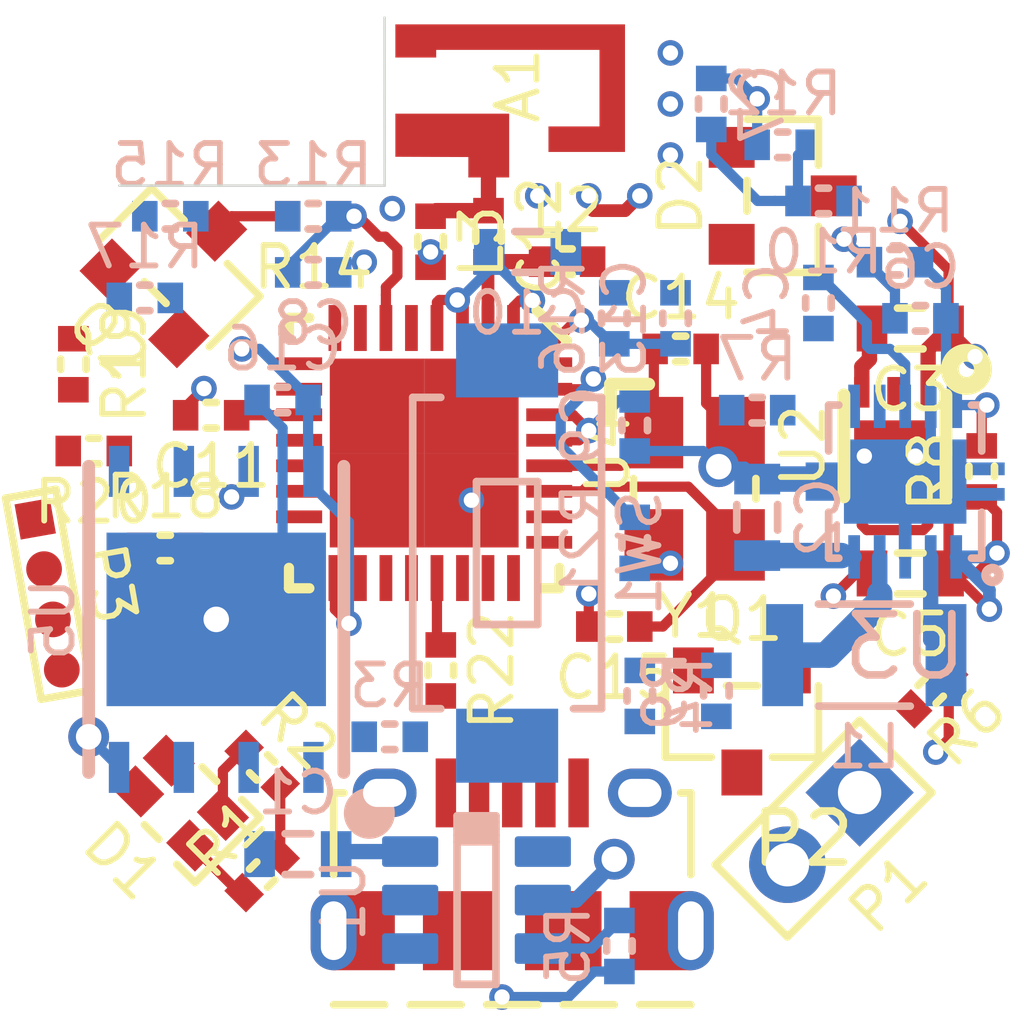
<source format=kicad_pcb>
(kicad_pcb (version 20171130) (host pcbnew "(5.1.2)-1")

  (general
    (thickness 1.6)
    (drawings 3)
    (tracks 267)
    (zones 0)
    (modules 56)
    (nets 44)
  )

  (page A4)
  (layers
    (0 F.Cu signal)
    (1 In1.Cu power)
    (2 In2.Cu power)
    (31 B.Cu signal)
    (32 B.Adhes user)
    (33 F.Adhes user)
    (34 B.Paste user)
    (35 F.Paste user)
    (36 B.SilkS user)
    (37 F.SilkS user)
    (38 B.Mask user)
    (39 F.Mask user)
    (40 Dwgs.User user)
    (41 Cmts.User user hide)
    (42 Eco1.User user)
    (43 Eco2.User user)
    (44 Edge.Cuts user)
    (45 Margin user)
    (46 B.CrtYd user)
    (47 F.CrtYd user)
    (48 B.Fab user)
    (49 F.Fab user)
  )

  (setup
    (last_trace_width 0.2)
    (user_trace_width 0.2)
    (user_trace_width 0.25)
    (user_trace_width 0.3)
    (user_trace_width 0.5)
    (trace_clearance 0.2)
    (zone_clearance 0.2)
    (zone_45_only no)
    (trace_min 0.2)
    (via_size 0.5)
    (via_drill 0.3)
    (via_min_size 0.4)
    (via_min_drill 0.3)
    (user_via 0.5 0.3)
    (user_via 0.8 0.5)
    (uvia_size 0.3)
    (uvia_drill 0.1)
    (uvias_allowed no)
    (uvia_min_size 0.2)
    (uvia_min_drill 0.1)
    (edge_width 0.05)
    (segment_width 0.2)
    (pcb_text_width 0.3)
    (pcb_text_size 1.5 1.5)
    (mod_edge_width 0.12)
    (mod_text_size 1 1)
    (mod_text_width 0.15)
    (pad_size 3.4 4.3)
    (pad_drill 0)
    (pad_to_mask_clearance 0.051)
    (solder_mask_min_width 0.25)
    (aux_axis_origin 0 0)
    (visible_elements 7FFDFFFF)
    (pcbplotparams
      (layerselection 0x010fc_ffffffff)
      (usegerberextensions false)
      (usegerberattributes false)
      (usegerberadvancedattributes false)
      (creategerberjobfile false)
      (excludeedgelayer true)
      (linewidth 0.100000)
      (plotframeref false)
      (viasonmask false)
      (mode 1)
      (useauxorigin false)
      (hpglpennumber 1)
      (hpglpenspeed 20)
      (hpglpendiameter 15.000000)
      (psnegative false)
      (psa4output false)
      (plotreference true)
      (plotvalue true)
      (plotinvisibletext false)
      (padsonsilk false)
      (subtractmaskfromsilk false)
      (outputformat 1)
      (mirror false)
      (drillshape 1)
      (scaleselection 1)
      (outputdirectory ""))
  )

  (net 0 "")
  (net 1 /ESP8266X/50_OHM_ANT)
  (net 2 /GND)
  (net 3 /Power/CHRGR_IN)
  (net 4 /V_BATT)
  (net 5 /3.3V)
  (net 6 "Net-(C4-Pad1)")
  (net 7 /Power/3.6V)
  (net 8 "Net-(C6-Pad1)")
  (net 9 "Net-(C7-Pad1)")
  (net 10 /ESP8266X/BATT_FB)
  (net 11 "Net-(C12-Pad2)")
  (net 12 /ESP8266X/~RST)
  (net 13 /ESP8266X/XTAL_IN)
  (net 14 /ESP8266X/XTAL_OUT)
  (net 15 /ESP8266X/CHRG_LED)
  (net 16 /ESP8266X/STATUS_LED)
  (net 17 "Net-(D1-Pad1)")
  (net 18 "Net-(D1-Pad3)")
  (net 19 "Net-(D2-Pad3)")
  (net 20 /ESP8266X/PWR_HOLD)
  (net 21 /Power/BUTT_INPUT)
  (net 22 "Net-(L1-Pad2)")
  (net 23 "Net-(L1-Pad1)")
  (net 24 /ESP8266X/RXD)
  (net 25 /ESP8266X/TXD)
  (net 26 /ESP8266X/GPIO0_~DOWNLOAD)
  (net 27 /ESP8266X/BUTT_SIG)
  (net 28 /Power/BATT_FB_EN)
  (net 29 "Net-(R3-Pad1)")
  (net 30 "Net-(R4-Pad1)")
  (net 31 /ESP8266X/CHRG_SIG)
  (net 32 /ESP8266X/EN)
  (net 33 /ESP8266X/GPIO15)
  (net 34 "Net-(R21-Pad1)")
  (net 35 /ESP8266X/FLASH_CLK)
  (net 36 "Net-(R22-Pad2)")
  (net 37 /ESP8266X/~PWR_SAVE)
  (net 38 /ESP8266X/FLASH_MOSI)
  (net 39 /ESP8266X/FLASH_MISO)
  (net 40 /ESP8266X/FLASH_CS)
  (net 41 /ESP8266X/FLASH_WP)
  (net 42 /ESP8266X/FLASH_HD)
  (net 43 "Net-(Q2-Pad3)")

  (net_class Default "This is the default net class."
    (clearance 0.2)
    (trace_width 0.2)
    (via_dia 0.5)
    (via_drill 0.3)
    (uvia_dia 0.3)
    (uvia_drill 0.1)
    (add_net /3.3V)
    (add_net /ESP8266X/50_OHM_ANT)
    (add_net /ESP8266X/BATT_FB)
    (add_net /ESP8266X/BUTT_SIG)
    (add_net /ESP8266X/CHRG_LED)
    (add_net /ESP8266X/CHRG_SIG)
    (add_net /ESP8266X/EN)
    (add_net /ESP8266X/FLASH_CLK)
    (add_net /ESP8266X/FLASH_CS)
    (add_net /ESP8266X/FLASH_HD)
    (add_net /ESP8266X/FLASH_MISO)
    (add_net /ESP8266X/FLASH_MOSI)
    (add_net /ESP8266X/FLASH_WP)
    (add_net /ESP8266X/GPIO0_~DOWNLOAD)
    (add_net /ESP8266X/GPIO15)
    (add_net /ESP8266X/PWR_HOLD)
    (add_net /ESP8266X/RXD)
    (add_net /ESP8266X/STATUS_LED)
    (add_net /ESP8266X/TXD)
    (add_net /ESP8266X/XTAL_IN)
    (add_net /ESP8266X/XTAL_OUT)
    (add_net /ESP8266X/~PWR_SAVE)
    (add_net /ESP8266X/~RST)
    (add_net /GND)
    (add_net /Power/3.6V)
    (add_net /Power/BATT_FB_EN)
    (add_net /Power/BUTT_INPUT)
    (add_net /Power/CHRGR_IN)
    (add_net /V_BATT)
    (add_net "Net-(A1-Pad2)")
    (add_net "Net-(C12-Pad2)")
    (add_net "Net-(C4-Pad1)")
    (add_net "Net-(C6-Pad1)")
    (add_net "Net-(C7-Pad1)")
    (add_net "Net-(D1-Pad1)")
    (add_net "Net-(D1-Pad3)")
    (add_net "Net-(D2-Pad3)")
    (add_net "Net-(L1-Pad1)")
    (add_net "Net-(L1-Pad2)")
    (add_net "Net-(P2-Pad2)")
    (add_net "Net-(P2-Pad3)")
    (add_net "Net-(P2-Pad4)")
    (add_net "Net-(Q2-Pad3)")
    (add_net "Net-(R21-Pad1)")
    (add_net "Net-(R22-Pad2)")
    (add_net "Net-(R3-Pad1)")
    (add_net "Net-(R4-Pad1)")
    (add_net "Net-(U4-Pad5)")
  )

  (module fp-lib:SOT23-6_BQ21040DBV (layer B.Cu) (tedit 5D4785C8) (tstamp 5D47EABE)
    (at 179.3 132.1 270)
    (path /5D35BD5B/5D45354F)
    (attr smd)
    (fp_text reference U1 (at 0 2.6 90) (layer B.SilkS)
      (effects (font (size 0.8 0.8) (thickness 0.1143)) (justify mirror))
    )
    (fp_text value BQ21040DBV (at 0 -2.6 90) (layer B.Fab) hide
      (effects (font (size 0.8 0.8) (thickness 0.1143)) (justify mirror))
    )
    (fp_line (start -1.6 -0.8) (end -1.6 0.8) (layer B.CrtYd) (width 0.12))
    (fp_line (start 1.6 -0.8) (end -1.6 -0.8) (layer B.CrtYd) (width 0.12))
    (fp_line (start 1.6 0.8) (end 1.6 -0.8) (layer B.CrtYd) (width 0.12))
    (fp_line (start -1.6 0.8) (end 1.6 0.8) (layer B.CrtYd) (width 0.12))
    (fp_line (start 1.65 -0.381) (end -1.65 -0.381) (layer B.SilkS) (width 0.15))
    (fp_line (start 1.65 0.381) (end -1.65 0.381) (layer B.SilkS) (width 0.15))
    (fp_line (start 1.651 0.381) (end 1.651 -0.381) (layer B.SilkS) (width 0.15))
    (fp_line (start -1.651 0.381) (end -1.651 -0.381) (layer B.SilkS) (width 0.15))
    (fp_line (start -1.27 -0.381) (end -1.27 0.381) (layer B.SilkS) (width 0.15))
    (fp_line (start -1.397 -0.381) (end -1.397 0.381) (layer B.SilkS) (width 0.15))
    (fp_line (start -1.524 -0.381) (end -1.524 0.254) (layer B.SilkS) (width 0.15))
    (fp_line (start -1.143 -0.381) (end -1.143 0.254) (layer B.SilkS) (width 0.15))
    (fp_line (start -1.143 0) (end -1.143 0.381) (layer B.SilkS) (width 0.15))
    (pad 5 smd roundrect (at 0 1.3 90) (size 0.6 1.1) (layers B.Cu B.Paste B.Mask) (roundrect_rratio 0.1)
      (net 2 /GND) (solder_mask_margin 0.07) (solder_paste_margin -0.07))
    (pad 4 smd roundrect (at 0.95 1.3 90) (size 0.6 1.1) (layers B.Cu B.Paste B.Mask) (roundrect_rratio 0.1)
      (net 29 "Net-(R3-Pad1)") (solder_mask_margin 0.07) (solder_paste_margin -0.07))
    (pad 1 smd roundrect (at -0.95 -1.3 90) (size 0.6 1.1) (layers B.Cu B.Paste B.Mask) (roundrect_rratio 0.1)
      (net 30 "Net-(R4-Pad1)") (solder_mask_margin 0.07) (solder_paste_margin -0.07))
    (pad 3 smd roundrect (at 0.95 -1.3 90) (size 0.6 1.1) (layers B.Cu B.Paste B.Mask) (roundrect_rratio 0.1)
      (net 31 /ESP8266X/CHRG_SIG) (solder_mask_margin 0.07) (solder_paste_margin -0.07))
    (pad 2 smd roundrect (at 0 -1.3 90) (size 0.6 1.1) (layers B.Cu B.Paste B.Mask) (roundrect_rratio 0.1)
      (net 4 /V_BATT) (solder_mask_margin 0.07) (solder_paste_margin -0.07))
    (pad 6 smd roundrect (at -0.95 1.3 90) (size 0.6 1.1) (layers B.Cu B.Paste B.Mask) (roundrect_rratio 0.1)
      (net 3 /Power/CHRGR_IN) (solder_mask_margin 0.07) (solder_paste_margin -0.07))
  )

  (module fp-lib:CHIP_ANT_2450AT14A0100 (layer F.Cu) (tedit 5D47C05B) (tstamp 5D483375)
    (at 178.11 116.14 90)
    (path /5D450BA5)
    (fp_text reference A1 (at 0 2 90) (layer F.SilkS)
      (effects (font (size 0.8 0.8) (thickness 0.1143)))
    )
    (fp_text value 2450AT14A0100 (at 0 -1.8 90) (layer F.Fab)
      (effects (font (size 0.8 0.8) (thickness 0.15)))
    )
    (fp_poly (pts (xy 0.55 -0.4) (xy 1.2 -0.4) (xy 1.2 0.4) (xy 0.55 0.4)) (layer F.Mask) (width 0))
    (fp_poly (pts (xy -1.2 -0.4) (xy -0.55 -0.4) (xy -0.55 0.4) (xy -1.2 0.4)) (layer F.Mask) (width 0))
    (fp_poly (pts (xy -1.2 -0.4) (xy -0.55 -0.4) (xy -0.55 0.4) (xy -1.2 0.4)) (layer F.Paste) (width 0))
    (fp_poly (pts (xy 0.55 -0.4) (xy 1.2 -0.4) (xy 1.2 0.4) (xy 0.55 0.4)) (layer F.Paste) (width 0))
    (fp_line (start 1.2 -0.4) (end -1.8 -0.4) (layer Cmts.User) (width 0.1))
    (fp_line (start 1.2 4.6) (end 1.2 -0.4) (layer Cmts.User) (width 0.1))
    (fp_line (start -1.8 4.6) (end 1.2 4.6) (layer Cmts.User) (width 0.1))
    (fp_line (start -1.8 -0.4) (end -1.8 4.6) (layer Cmts.User) (width 0.1))
    (fp_line (start -0.3 -0.1) (end -0.3 0.1) (layer Cmts.User) (width 0.12))
    (fp_line (start -0.2 -0.1) (end -0.4 -0.1) (layer Cmts.User) (width 0.12))
    (fp_line (start -0.2 0.1) (end -0.2 -0.1) (layer Cmts.User) (width 0.12))
    (fp_line (start -0.4 0.1) (end -0.2 0.1) (layer Cmts.User) (width 0.12))
    (fp_line (start -0.4 -0.1) (end -0.4 0.1) (layer Cmts.User) (width 0.12))
    (fp_line (start -0.4 0.4) (end 0.4 0.4) (layer Cmts.User) (width 0.15))
    (fp_line (start -0.4 -0.4) (end 0.4 -0.4) (layer Cmts.User) (width 0.15))
    (fp_line (start 0.8 0.4) (end 0.8 -0.4) (layer F.CrtYd) (width 0.12))
    (fp_line (start -0.8 0.4) (end 0.8 0.4) (layer F.CrtYd) (width 0.12))
    (fp_line (start -0.8 -0.4) (end -0.8 0.4) (layer F.CrtYd) (width 0.12))
    (fp_line (start -0.8 -0.4) (end 0.8 -0.4) (layer F.CrtYd) (width 0.12))
    (pad 2 smd custom (at 0.825 0 90) (size 0.55 0.8) (layers F.Cu)
      (zone_connect 0)
      (options (clearance outline) (anchor rect))
      (primitives
        (gr_poly (pts
           (xy -0.275 -0.4) (xy 0.375 -0.4) (xy 0.375 4.1) (xy -2.125 4.1) (xy -2.125 2.6)
           (xy -1.625 2.6) (xy -1.625 3.6) (xy -0.125 3.6) (xy -0.125 0.4) (xy -0.275 0.4)
) (width 0))
      ))
    (pad 1 smd custom (at -0.825 0 90) (size 0.55 0.8) (layers F.Cu)
      (net 1 /ESP8266X/50_OHM_ANT) (zone_connect 0)
      (options (clearance outline) (anchor rect))
      (primitives
        (gr_poly (pts
           (xy 0.275 -0.4) (xy -0.57 -0.4) (xy -0.575 1.03) (xy -0.975 1.03) (xy -0.975 1.83)
           (xy 0.275 1.83)) (width 0))
      ))
  )

  (module fp-lib:IND0402_GENERIC (layer F.Cu) (tedit 5D478C31) (tstamp 5D47F2A0)
    (at 181.075 119.59 90)
    (path /5D3F6C9D/5D417477)
    (fp_text reference L2 (at 1 0) (layer F.SilkS)
      (effects (font (size 0.8 0.8) (thickness 0.1143)))
    )
    (fp_text value NM (at 0 -0.4 90) (layer F.Fab)
      (effects (font (size 0.8 0.8) (thickness 0.1143)))
    )
    (fp_line (start -0.25 0.1) (end -0.25 -0.1) (layer F.SilkS) (width 0.15))
    (fp_line (start 0.25 0.1) (end 0.25 -0.1) (layer F.SilkS) (width 0.15))
    (fp_line (start -0.25 0.5) (end -0.25 -0.5) (layer F.CrtYd) (width 0.12))
    (fp_line (start 0.25 0.5) (end -0.25 0.5) (layer F.CrtYd) (width 0.12))
    (fp_line (start 0.25 -0.5) (end 0.25 0.5) (layer F.CrtYd) (width 0.12))
    (fp_line (start -0.25 -0.5) (end 0.25 -0.5) (layer F.CrtYd) (width 0.12))
    (pad 2 smd rect (at 0 0.5 90) (size 0.6 0.5) (layers F.Cu F.Paste F.Mask)
      (net 2 /GND))
    (pad 1 smd rect (at 0 -0.5 90) (size 0.6 0.5) (layers F.Cu F.Paste F.Mask)
      (net 11 "Net-(C12-Pad2)"))
  )

  (module fp-lib:XTAL_TSX-3225 (layer F.Cu) (tedit 5D4797F4) (tstamp 5D47EB44)
    (at 183.575 124.04)
    (path /5D3F6C9D/5D79C875)
    (fp_text reference Y1 (at 0 2.5) (layer F.SilkS)
      (effects (font (size 0.8 0.8) (thickness 0.1143)))
    )
    (fp_text value TSX-322526.0000MF09Z-AC3 (at 0 -0.4) (layer F.Fab)
      (effects (font (size 0.8 0.8) (thickness 0.1143)))
    )
    (fp_line (start -1.65 -2.05) (end -1.65 -1.4) (layer F.SilkS) (width 0.25))
    (fp_line (start -0.9 -2.05) (end -1.65 -2.05) (layer F.SilkS) (width 0.25))
    (fp_line (start -1.2 -0.2) (end -1.2 0.2) (layer F.SilkS) (width 0.15))
    (fp_line (start 1.2 -0.2) (end 1.2 0.2) (layer F.SilkS) (width 0.15))
    (fp_line (start 1.2 1.6) (end -1.2 1.6) (layer F.CrtYd) (width 0.12))
    (fp_line (start 1.2 -1.6) (end 1.2 1.6) (layer F.CrtYd) (width 0.12))
    (fp_line (start -1.2 -1.6) (end 1.2 -1.6) (layer F.CrtYd) (width 0.12))
    (fp_line (start -1.2 1.6) (end -1.2 -1.6) (layer F.CrtYd) (width 0.12))
    (pad 3 smd rect (at 0.8 1.1) (size 1.15 1.4) (layers F.Cu F.Paste F.Mask)
      (net 14 /ESP8266X/XTAL_OUT))
    (pad 2 smd rect (at -0.8 1.1) (size 1.15 1.4) (layers F.Cu F.Paste F.Mask)
      (net 2 /GND))
    (pad 1 smd rect (at -0.8 -1.1) (size 1.15 1.4) (layers F.Cu F.Paste F.Mask)
      (net 13 /ESP8266X/XTAL_IN))
    (pad 4 smd rect (at 0.8 -1.1) (size 1.15 1.4) (layers F.Cu F.Paste F.Mask)
      (net 2 /GND))
  )

  (module fp-lib:WSON8_W25Q32JVZPIM (layer B.Cu) (tedit 5D47D815) (tstamp 5D47EB34)
    (at 174.2 126.6 90)
    (path /5D42A863/5D42AB58)
    (fp_text reference U5 (at 0 -3.2 270) (layer B.SilkS)
      (effects (font (size 0.8 0.8) (thickness 0.1143)) (justify mirror))
    )
    (fp_text value W25Q32JVZPIM (at 0 3.2 270) (layer B.Fab) hide
      (effects (font (size 0.8 0.8) (thickness 0.1143)) (justify mirror))
    )
    (fp_circle (center -3.8 3) (end -3.55 3) (layer B.SilkS) (width 0.5))
    (fp_line (start -3 -2.5) (end 3 -2.5) (layer B.SilkS) (width 0.25))
    (fp_line (start -3 2.5) (end 3 2.5) (layer B.SilkS) (width 0.25))
    (fp_line (start -3 -2.5) (end -3 2.5) (layer B.CrtYd) (width 0.12))
    (fp_line (start 3 -2.5) (end -3 -2.5) (layer B.CrtYd) (width 0.12))
    (fp_line (start 3 2.5) (end 3 -2.5) (layer B.CrtYd) (width 0.12))
    (fp_line (start -3 2.5) (end 3 2.5) (layer B.CrtYd) (width 0.12))
    (pad TP smd rect (at 0 0 90) (size 3.4 4.3) (layers B.Cu B.Paste B.Mask)
      (net 2 /GND) (solder_paste_margin -0.2) (thermal_width 0.5))
    (pad 7 smd rect (at 2.9 0.635 90) (size 1 0.4) (layers B.Cu B.Paste B.Mask)
      (net 42 /ESP8266X/FLASH_HD))
    (pad 6 smd rect (at 2.9 -0.635 90) (size 1 0.4) (layers B.Cu B.Paste B.Mask)
      (net 36 "Net-(R22-Pad2)"))
    (pad 5 smd rect (at 2.9 -1.905 90) (size 1 0.4) (layers B.Cu B.Paste B.Mask)
      (net 38 /ESP8266X/FLASH_MOSI))
    (pad 8 smd rect (at 2.9 1.905 90) (size 1 0.4) (layers B.Cu B.Paste B.Mask)
      (net 5 /3.3V))
    (pad 4 smd rect (at -2.9 -1.905 90) (size 1 0.4) (layers B.Cu B.Paste B.Mask)
      (net 2 /GND))
    (pad 3 smd rect (at -2.9 -0.635 90) (size 1 0.4) (layers B.Cu B.Paste B.Mask)
      (net 41 /ESP8266X/FLASH_WP))
    (pad 2 smd rect (at -2.9 0.635 90) (size 1 0.4) (layers B.Cu B.Paste B.Mask)
      (net 39 /ESP8266X/FLASH_MISO))
    (pad 1 smd rect (at -2.9 1.905 90) (size 1 0.4) (layers B.Cu B.Paste B.Mask)
      (net 40 /ESP8266X/FLASH_CS))
  )

  (module fp-lib:QFN32_ESP8266EX (layer F.Cu) (tedit 5D479C91) (tstamp 5D48037E)
    (at 178.275 123.34 270)
    (path /5D3F6C9D/5D400050)
    (attr smd)
    (fp_text reference U4 (at 0 -3.6 90) (layer F.SilkS)
      (effects (font (size 0.8 0.8) (thickness 0.1143)))
    )
    (fp_text value ESP8266EX (at 0 3.75 90) (layer F.Fab)
      (effects (font (size 0.8 0.8) (thickness 0.1143)))
    )
    (fp_line (start -2.5 -2.5) (end 2.5 -2.5) (layer F.CrtYd) (width 0.12))
    (fp_line (start -2.5 2.5) (end -2.5 -2.5) (layer F.CrtYd) (width 0.12))
    (fp_line (start 2.5 2.5) (end -2.5 2.5) (layer F.CrtYd) (width 0.12))
    (fp_line (start 2.5 -2.5) (end 2.5 2.5) (layer F.CrtYd) (width 0.12))
    (fp_line (start -2.2 -2.8) (end -2.8 -2.2) (layer F.SilkS) (width 0.2))
    (fp_line (start -2.65 2.65) (end -2.65 2.25) (layer F.SilkS) (width 0.2))
    (fp_line (start -2.25 2.65) (end -2.65 2.65) (layer F.SilkS) (width 0.2))
    (fp_line (start 2.65 2.65) (end 2.65 2.25) (layer F.SilkS) (width 0.2))
    (fp_line (start 2.25 2.65) (end 2.65 2.65) (layer F.SilkS) (width 0.2))
    (fp_line (start 2.65 -2.65) (end 2.65 -2.25) (layer F.SilkS) (width 0.2))
    (fp_line (start 2.25 -2.65) (end 2.65 -2.65) (layer F.SilkS) (width 0.2))
    (pad 33 smd rect (at 0.925 0.925 270) (size 1.85 1.85) (layers F.Cu F.Paste F.Mask)
      (net 2 /GND) (solder_paste_margin -0.1))
    (pad 33 smd rect (at 0.925 -0.925 270) (size 1.85 1.85) (layers F.Cu F.Paste F.Mask)
      (net 2 /GND) (solder_paste_margin -0.1))
    (pad 33 smd rect (at -0.925 0.925 270) (size 1.85 1.85) (layers F.Cu F.Paste F.Mask)
      (net 2 /GND) (solder_paste_margin -0.1))
    (pad 33 smd rect (at -0.925 -0.925 270) (size 1.85 1.85) (layers F.Cu F.Paste F.Mask)
      (net 2 /GND) (solder_paste_margin -0.1))
    (pad 32 smd rect (at -1.75 -2.45 270) (size 0.25 0.9) (layers F.Cu F.Paste F.Mask)
      (net 12 /ESP8266X/~RST))
    (pad 31 smd rect (at -1.25 -2.45 270) (size 0.25 0.9) (layers F.Cu F.Paste F.Mask)
      (net 34 "Net-(R21-Pad1)"))
    (pad 30 smd rect (at -0.75 -2.45 270) (size 0.25 0.9) (layers F.Cu F.Paste F.Mask)
      (net 5 /3.3V))
    (pad 29 smd rect (at -0.25 -2.45 270) (size 0.25 0.9) (layers F.Cu F.Paste F.Mask)
      (net 5 /3.3V))
    (pad 28 smd rect (at 0.25 -2.45 270) (size 0.25 0.9) (layers F.Cu F.Paste F.Mask)
      (net 13 /ESP8266X/XTAL_IN))
    (pad 27 smd rect (at 0.75 -2.45 270) (size 0.25 0.9) (layers F.Cu F.Paste F.Mask)
      (net 14 /ESP8266X/XTAL_OUT))
    (pad 26 smd rect (at 1.25 -2.45 270) (size 0.25 0.9) (layers F.Cu F.Paste F.Mask)
      (net 25 /ESP8266X/TXD))
    (pad 25 smd rect (at 1.75 -2.45 270) (size 0.25 0.9) (layers F.Cu F.Paste F.Mask)
      (net 24 /ESP8266X/RXD))
    (pad 24 smd rect (at 2.45 -1.75) (size 0.25 0.9) (layers F.Cu F.Paste F.Mask)
      (net 27 /ESP8266X/BUTT_SIG))
    (pad 23 smd rect (at 2.45 -1.25) (size 0.25 0.9) (layers F.Cu F.Paste F.Mask)
      (net 38 /ESP8266X/FLASH_MOSI))
    (pad 22 smd rect (at 2.45 -0.75) (size 0.25 0.9) (layers F.Cu F.Paste F.Mask)
      (net 39 /ESP8266X/FLASH_MISO))
    (pad 21 smd rect (at 2.45 -0.25) (size 0.25 0.9) (layers F.Cu F.Paste F.Mask)
      (net 35 /ESP8266X/FLASH_CLK))
    (pad 20 smd rect (at 2.45 0.25) (size 0.25 0.9) (layers F.Cu F.Paste F.Mask)
      (net 40 /ESP8266X/FLASH_CS))
    (pad 19 smd rect (at 2.45 0.75) (size 0.25 0.9) (layers F.Cu F.Paste F.Mask)
      (net 41 /ESP8266X/FLASH_WP))
    (pad 18 smd rect (at 2.45 1.25) (size 0.25 0.9) (layers F.Cu F.Paste F.Mask)
      (net 42 /ESP8266X/FLASH_HD))
    (pad 17 smd rect (at 2.45 1.75) (size 0.25 0.9) (layers F.Cu F.Paste F.Mask)
      (net 5 /3.3V))
    (pad 16 smd rect (at 1.75 2.45 270) (size 0.25 0.9) (layers F.Cu F.Paste F.Mask)
      (net 20 /ESP8266X/PWR_HOLD))
    (pad 15 smd rect (at 1.25 2.45 270) (size 0.25 0.9) (layers F.Cu F.Paste F.Mask)
      (net 26 /ESP8266X/GPIO0_~DOWNLOAD))
    (pad 14 smd rect (at 0.75 2.45 270) (size 0.25 0.9) (layers F.Cu F.Paste F.Mask)
      (net 28 /Power/BATT_FB_EN))
    (pad 13 smd rect (at 0.25 2.45 270) (size 0.25 0.9) (layers F.Cu F.Paste F.Mask)
      (net 33 /ESP8266X/GPIO15))
    (pad 12 smd rect (at -0.25 2.45 270) (size 0.25 0.9) (layers F.Cu F.Paste F.Mask)
      (net 37 /ESP8266X/~PWR_SAVE))
    (pad 11 smd rect (at -0.75 2.45 270) (size 0.25 0.9) (layers F.Cu F.Paste F.Mask)
      (net 5 /3.3V))
    (pad 10 smd rect (at -1.25 2.45 270) (size 0.25 0.9) (layers F.Cu F.Paste F.Mask)
      (net 16 /ESP8266X/STATUS_LED))
    (pad 9 smd rect (at -1.75 2.45 270) (size 0.25 0.9) (layers F.Cu F.Paste F.Mask)
      (net 31 /ESP8266X/CHRG_SIG))
    (pad 8 smd rect (at -2.45 1.75) (size 0.25 0.9) (layers F.Cu F.Paste F.Mask)
      (net 15 /ESP8266X/CHRG_LED))
    (pad 7 smd rect (at -2.45 1.25) (size 0.25 0.9) (layers F.Cu F.Paste F.Mask)
      (net 32 /ESP8266X/EN))
    (pad 6 smd rect (at -2.45 0.75) (size 0.25 0.9) (layers F.Cu F.Paste F.Mask)
      (net 10 /ESP8266X/BATT_FB))
    (pad 5 smd rect (at -2.45 0.25) (size 0.25 0.9) (layers F.Cu F.Paste F.Mask))
    (pad 4 smd rect (at -2.45 -0.25) (size 0.25 0.9) (layers F.Cu F.Paste F.Mask)
      (net 5 /3.3V))
    (pad 3 smd rect (at -2.45 -0.75) (size 0.25 0.9) (layers F.Cu F.Paste F.Mask)
      (net 5 /3.3V))
    (pad 2 smd rect (at -2.45 -1.25) (size 0.25 0.9) (layers F.Cu F.Paste F.Mask)
      (net 11 "Net-(C12-Pad2)"))
    (pad 1 smd rect (at -2.45 -1.75) (size 0.25 0.9) (layers F.Cu F.Paste F.Mask)
      (net 5 /3.3V))
  )

  (module fp-lib:VSON10_TPS63000DRCR (layer B.Cu) (tedit 5D47A91C) (tstamp 5D47EAED)
    (at 187.7 123.9 180)
    (path /5D35BD5B/5D4B7732)
    (fp_text reference U3 (at 0 -3.24 180) (layer B.SilkS)
      (effects (font (size 1.2 1.2) (thickness 0.15)) (justify mirror))
    )
    (fp_text value TPS63000DRCR (at 0.02 3.34) (layer B.Fab) hide
      (effects (font (size 1.2 1.2) (thickness 0.15)) (justify mirror))
    )
    (fp_line (start -1.5 -0.6) (end -1.5 -1.5) (layer B.SilkS) (width 0.15))
    (fp_line (start -1.5 1.5) (end -1.5 0.6) (layer B.SilkS) (width 0.15))
    (fp_line (start 1.5 -0.6) (end 1.5 -1.5) (layer B.SilkS) (width 0.15))
    (fp_line (start -1.5 -1.5) (end -1.5 1.5) (layer B.CrtYd) (width 0.25))
    (fp_line (start 1.5 -1.5) (end -1.5 -1.5) (layer B.CrtYd) (width 0.25))
    (fp_line (start 1.5 1.5) (end 1.5 -1.5) (layer B.CrtYd) (width 0.25))
    (fp_line (start -1.5 1.5) (end 1.5 1.5) (layer B.CrtYd) (width 0.25))
    (fp_line (start 1.5 1.5) (end 1.5 0.6) (layer B.SilkS) (width 0.15))
    (fp_line (start 1.5 -1.5) (end 1.3 -1.5) (layer B.SilkS) (width 0.15))
    (fp_line (start -1.5 -1.5) (end -1.3 -1.5) (layer B.SilkS) (width 0.15))
    (fp_line (start 1.5 1.5) (end 1.3 1.5) (layer B.SilkS) (width 0.15))
    (fp_line (start -1.5 1.5) (end -1.3 1.5) (layer B.SilkS) (width 0.15))
    (fp_circle (center -1.71 -1.83) (end -1.6 -1.81) (layer B.SilkS) (width 0.15))
    (fp_circle (center -1.71 -1.83) (end -1.64 -1.83) (layer B.SilkS) (width 0.15))
    (pad 11 smd custom (at 0 0 180) (size 2.4 1.65) (layers B.Cu B.Paste B.Mask)
      (net 2 /GND)
      (options (clearance outline) (anchor rect))
      (primitives
        (gr_poly (pts
           (xy -1.95 -0.125) (xy 1.95 -0.125) (xy 1.95 -0.375) (xy -1.95 -0.375)) (width 0))
        (gr_poly (pts
           (xy -1.95 0.375) (xy 1.95 0.375) (xy 1.95 0.125) (xy -1.95 0.125)) (width 0))
      ))
    (pad 5 smd rect (at 1 -1.475 180) (size 0.23 0.85) (layers B.Cu B.Paste B.Mask)
      (net 4 /V_BATT))
    (pad 6 smd rect (at 1 1.475 180) (size 0.23 0.85) (layers B.Cu B.Paste B.Mask)
      (net 9 "Net-(C7-Pad1)"))
    (pad 4 smd rect (at 0.5 -1.475 180) (size 0.23 0.85) (layers B.Cu B.Paste B.Mask)
      (net 23 "Net-(L1-Pad1)"))
    (pad 7 smd rect (at 0.5 1.475 180) (size 0.23 0.85) (layers B.Cu B.Paste B.Mask)
      (net 37 /ESP8266X/~PWR_SAVE))
    (pad 3 smd rect (at 0 -1.475 180) (size 0.23 0.85) (layers B.Cu B.Paste B.Mask)
      (net 2 /GND))
    (pad 8 smd rect (at 0 1.475 180) (size 0.23 0.85) (layers B.Cu B.Paste B.Mask)
      (net 6 "Net-(C4-Pad1)"))
    (pad 2 smd rect (at -0.5 -1.475 180) (size 0.23 0.85) (layers B.Cu B.Paste B.Mask)
      (net 22 "Net-(L1-Pad2)"))
    (pad 9 smd rect (at -0.5 1.475 180) (size 0.23 0.85) (layers B.Cu B.Paste B.Mask)
      (net 2 /GND))
    (pad 1 smd rect (at -1 -1.475 180) (size 0.23 0.85) (layers B.Cu B.Paste B.Mask)
      (net 7 /Power/3.6V))
    (pad 10 smd rect (at -1 1.475 180) (size 0.23 0.85) (layers B.Cu B.Paste B.Mask)
      (net 8 "Net-(C6-Pad1)"))
  )

  (module fp-lib:WSON6_TLV73333PQDRVRQ1 (layer F.Cu) (tedit 5D47A6EF) (tstamp 5D47EAD0)
    (at 187.5 123.2 270)
    (path /5D35BD5B/5D50FCCB)
    (fp_text reference U2 (at 0 1.8 90) (layer F.SilkS)
      (effects (font (size 0.8 0.8) (thickness 0.1143)))
    )
    (fp_text value TLV73333PQDRVRQ1 (at 0 -2.3 90) (layer F.Fab) hide
      (effects (font (size 0.8 0.8) (thickness 0.1143)))
    )
    (fp_line (start -1 1) (end 1 1) (layer F.SilkS) (width 0.25))
    (fp_line (start -1 -1) (end 1 -1) (layer F.SilkS) (width 0.25))
    (fp_line (start -1 1) (end -1 -1) (layer F.CrtYd) (width 0.25))
    (fp_line (start 1 1) (end -1 1) (layer F.CrtYd) (width 0.25))
    (fp_line (start 1 -1) (end 1 1) (layer F.CrtYd) (width 0.25))
    (fp_line (start -1 -1) (end 1 -1) (layer F.CrtYd) (width 0.25))
    (fp_circle (center -1.5 -1.4) (end -1.5 -1.55) (layer F.SilkS) (width 0.35))
    (pad 7 smd rect (at 0 0 270) (size 1 1.6) (layers F.Cu F.Paste F.Mask)
      (net 2 /GND) (solder_mask_margin 0.07) (solder_paste_margin -0.07))
    (pad 1 smd rect (at -1.05 -0.65 270) (size 0.6 0.3) (layers F.Cu F.Paste F.Mask)
      (net 5 /3.3V) (solder_mask_margin 0.07) (solder_paste_margin -0.07))
    (pad 2 smd rect (at -1.05 0 270) (size 0.6 0.3) (layers F.Cu F.Paste F.Mask)
      (solder_mask_margin 0.07) (solder_paste_margin -0.07))
    (pad 3 smd rect (at -1.05 0.65 270) (size 0.6 0.3) (layers F.Cu F.Paste F.Mask)
      (net 2 /GND) (solder_mask_margin 0.07) (solder_paste_margin -0.07))
    (pad 6 smd rect (at 1.05 -0.65 270) (size 0.6 0.3) (layers F.Cu F.Paste F.Mask)
      (net 7 /Power/3.6V) (solder_mask_margin 0.07) (solder_paste_margin -0.07))
    (pad 5 smd rect (at 1.05 0 270) (size 0.6 0.3) (layers F.Cu F.Paste F.Mask)
      (solder_mask_margin 0.07) (solder_paste_margin -0.07))
    (pad 4 smd rect (at 1.05 0.65 270) (size 0.6 0.3) (layers F.Cu F.Paste F.Mask)
      (net 7 /Power/3.6V) (solder_mask_margin 0.07) (solder_paste_margin -0.07))
  )

  (module fp-lib:6x3.5x2.5-SWITCH_PTS636SK25JSMTRLFS (layer B.Cu) (tedit 5D4788C3) (tstamp 5D47EAA7)
    (at 179.9 125.3)
    (path /5D4722CA)
    (fp_text reference SW1 (at 2.6 0 -90) (layer B.SilkS)
      (effects (font (size 0.8 0.8) (thickness 0.1143)) (justify mirror))
    )
    (fp_text value PTS636SK25JSMTRLFS (at 0 5.2) (layer B.Fab)
      (effects (font (size 0.8 0.8) (thickness 0.1143)) (justify mirror))
    )
    (fp_line (start -0.6 -1.4) (end -0.6 1.4) (layer B.SilkS) (width 0.15))
    (fp_line (start 0.6 -1.4) (end -0.6 -1.4) (layer B.SilkS) (width 0.15))
    (fp_line (start 0.6 1.4) (end 0.6 -1.4) (layer B.SilkS) (width 0.15))
    (fp_line (start -0.6 1.4) (end 0.6 1.4) (layer B.SilkS) (width 0.15))
    (fp_line (start -1.85 3.05) (end -1.85 -3.05) (layer B.SilkS) (width 0.15))
    (fp_line (start -1.3 3.05) (end -1.85 3.05) (layer B.SilkS) (width 0.15))
    (fp_line (start -1.3 -3.05) (end -1.85 -3.05) (layer B.SilkS) (width 0.15))
    (fp_line (start 1.85 -3.05) (end 1.3 -3.05) (layer B.SilkS) (width 0.15))
    (fp_line (start 1.85 3.05) (end 1.85 -3.05) (layer B.SilkS) (width 0.15))
    (fp_line (start 1.3 3.05) (end 1.85 3.05) (layer B.SilkS) (width 0.15))
    (fp_line (start -1.85 -3.05) (end -1.85 3.05) (layer B.CrtYd) (width 0.12))
    (fp_line (start 1.85 -3.05) (end -1.85 -3.05) (layer B.CrtYd) (width 0.12))
    (fp_line (start 1.85 3.05) (end 1.85 -3.05) (layer B.CrtYd) (width 0.12))
    (fp_line (start -1.85 3.05) (end 1.85 3.05) (layer B.CrtYd) (width 0.12))
    (pad 2 smd rect (at 0 -3.775) (size 2 1.45) (layers B.Cu B.Paste B.Mask)
      (net 21 /Power/BUTT_INPUT))
    (pad 1 smd rect (at 0 3.775) (size 2 1.45) (layers B.Cu B.Paste B.Mask)
      (net 4 /V_BATT))
  )

  (module fp-lib:RES0402_ERJ-xR (layer F.Cu) (tedit 5D479D71) (tstamp 5D47EA93)
    (at 178.6 127.6)
    (path /5D42A863/5D440C67)
    (fp_text reference R22 (at 1 0 90) (layer F.SilkS)
      (effects (font (size 0.8 0.8) (thickness 0.1143)))
    )
    (fp_text value ERJ-2RKF2000X (at 0 -1.4) (layer F.Fab)
      (effects (font (size 0.8 0.8) (thickness 0.1143)))
    )
    (fp_line (start -0.25 -0.5) (end 0.25 -0.5) (layer F.CrtYd) (width 0.12))
    (fp_line (start 0.25 -0.5) (end 0.25 0.5) (layer F.CrtYd) (width 0.12))
    (fp_line (start 0.25 0.5) (end -0.25 0.5) (layer F.CrtYd) (width 0.12))
    (fp_line (start -0.25 0.5) (end -0.25 -0.5) (layer F.CrtYd) (width 0.12))
    (fp_line (start 0.25 0.1) (end 0.25 -0.1) (layer F.SilkS) (width 0.15))
    (fp_line (start -0.25 0.1) (end -0.25 -0.1) (layer F.SilkS) (width 0.15))
    (pad 1 smd rect (at 0 -0.5) (size 0.6 0.5) (layers F.Cu F.Paste F.Mask)
      (net 35 /ESP8266X/FLASH_CLK))
    (pad 2 smd rect (at 0 0.5) (size 0.6 0.5) (layers F.Cu F.Paste F.Mask)
      (net 36 "Net-(R22-Pad2)"))
  )

  (module fp-lib:RES0402_ERJ-xR (layer B.Cu) (tedit 5D479D71) (tstamp 5D47EA87)
    (at 182.4 125.1 180)
    (path /5D3F6C9D/5D404305)
    (fp_text reference R21 (at 1 0 270) (layer B.SilkS)
      (effects (font (size 0.8 0.8) (thickness 0.1143)) (justify mirror))
    )
    (fp_text value ERJ-2RKF1202X (at 0 1.4) (layer B.Fab)
      (effects (font (size 0.8 0.8) (thickness 0.1143)) (justify mirror))
    )
    (fp_line (start -0.25 0.5) (end 0.25 0.5) (layer B.CrtYd) (width 0.12))
    (fp_line (start 0.25 0.5) (end 0.25 -0.5) (layer B.CrtYd) (width 0.12))
    (fp_line (start 0.25 -0.5) (end -0.25 -0.5) (layer B.CrtYd) (width 0.12))
    (fp_line (start -0.25 -0.5) (end -0.25 0.5) (layer B.CrtYd) (width 0.12))
    (fp_line (start 0.25 -0.1) (end 0.25 0.1) (layer B.SilkS) (width 0.15))
    (fp_line (start -0.25 -0.1) (end -0.25 0.1) (layer B.SilkS) (width 0.15))
    (pad 1 smd rect (at 0 0.5 180) (size 0.6 0.5) (layers B.Cu B.Paste B.Mask)
      (net 34 "Net-(R21-Pad1)"))
    (pad 2 smd rect (at 0 -0.5 180) (size 0.6 0.5) (layers B.Cu B.Paste B.Mask)
      (net 2 /GND))
  )

  (module fp-lib:RES0402_ERJ-xR (layer F.Cu) (tedit 5D479D71) (tstamp 5D47EA7B)
    (at 171.8 123.3 270)
    (path /5D3F6C9D/5D892278)
    (fp_text reference R20 (at 1 0) (layer F.SilkS)
      (effects (font (size 0.8 0.8) (thickness 0.1143)))
    )
    (fp_text value ERJ-2RKF1202X (at 0 -1.4 90) (layer F.Fab)
      (effects (font (size 0.8 0.8) (thickness 0.1143)))
    )
    (fp_line (start -0.25 -0.5) (end 0.25 -0.5) (layer F.CrtYd) (width 0.12))
    (fp_line (start 0.25 -0.5) (end 0.25 0.5) (layer F.CrtYd) (width 0.12))
    (fp_line (start 0.25 0.5) (end -0.25 0.5) (layer F.CrtYd) (width 0.12))
    (fp_line (start -0.25 0.5) (end -0.25 -0.5) (layer F.CrtYd) (width 0.12))
    (fp_line (start 0.25 0.1) (end 0.25 -0.1) (layer F.SilkS) (width 0.15))
    (fp_line (start -0.25 0.1) (end -0.25 -0.1) (layer F.SilkS) (width 0.15))
    (pad 1 smd rect (at 0 -0.5 270) (size 0.6 0.5) (layers F.Cu F.Paste F.Mask)
      (net 33 /ESP8266X/GPIO15))
    (pad 2 smd rect (at 0 0.5 270) (size 0.6 0.5) (layers F.Cu F.Paste F.Mask)
      (net 2 /GND))
  )

  (module fp-lib:RES0402_ERJ-xR (layer F.Cu) (tedit 5D479D71) (tstamp 5D47EA6F)
    (at 171.4 121.6)
    (path /5D3F6C9D/5D87C8E1)
    (fp_text reference R19 (at 1 0 90) (layer F.SilkS)
      (effects (font (size 0.8 0.8) (thickness 0.1143)))
    )
    (fp_text value ERJ-2RKF1202X (at 0 -1.4) (layer F.Fab)
      (effects (font (size 0.8 0.8) (thickness 0.1143)))
    )
    (fp_line (start -0.25 -0.5) (end 0.25 -0.5) (layer F.CrtYd) (width 0.12))
    (fp_line (start 0.25 -0.5) (end 0.25 0.5) (layer F.CrtYd) (width 0.12))
    (fp_line (start 0.25 0.5) (end -0.25 0.5) (layer F.CrtYd) (width 0.12))
    (fp_line (start -0.25 0.5) (end -0.25 -0.5) (layer F.CrtYd) (width 0.12))
    (fp_line (start 0.25 0.1) (end 0.25 -0.1) (layer F.SilkS) (width 0.15))
    (fp_line (start -0.25 0.1) (end -0.25 -0.1) (layer F.SilkS) (width 0.15))
    (pad 1 smd rect (at 0 -0.5) (size 0.6 0.5) (layers F.Cu F.Paste F.Mask)
      (net 28 /Power/BATT_FB_EN))
    (pad 2 smd rect (at 0 0.5) (size 0.6 0.5) (layers F.Cu F.Paste F.Mask)
      (net 5 /3.3V))
  )

  (module fp-lib:RES0402_ERJ-xR (layer F.Cu) (tedit 5D479D71) (tstamp 5D47EA63)
    (at 173.2 125.2 90)
    (path /5D3F6C9D/5D87CDE9)
    (fp_text reference R18 (at 1 0) (layer F.SilkS)
      (effects (font (size 0.8 0.8) (thickness 0.1143)))
    )
    (fp_text value ERJ-2RKF1202X (at 0 -1.4 90) (layer F.Fab)
      (effects (font (size 0.8 0.8) (thickness 0.1143)))
    )
    (fp_line (start -0.25 -0.5) (end 0.25 -0.5) (layer F.CrtYd) (width 0.12))
    (fp_line (start 0.25 -0.5) (end 0.25 0.5) (layer F.CrtYd) (width 0.12))
    (fp_line (start 0.25 0.5) (end -0.25 0.5) (layer F.CrtYd) (width 0.12))
    (fp_line (start -0.25 0.5) (end -0.25 -0.5) (layer F.CrtYd) (width 0.12))
    (fp_line (start 0.25 0.1) (end 0.25 -0.1) (layer F.SilkS) (width 0.15))
    (fp_line (start -0.25 0.1) (end -0.25 -0.1) (layer F.SilkS) (width 0.15))
    (pad 1 smd rect (at 0 -0.5 90) (size 0.6 0.5) (layers F.Cu F.Paste F.Mask)
      (net 5 /3.3V))
    (pad 2 smd rect (at 0 0.5 90) (size 0.6 0.5) (layers F.Cu F.Paste F.Mask)
      (net 26 /ESP8266X/GPIO0_~DOWNLOAD))
  )

  (module fp-lib:RES0402_ERJ-xR (layer B.Cu) (tedit 5D479D71) (tstamp 5D47EA57)
    (at 172.8 120.3 90)
    (path /5D3F6C9D/5D86C919)
    (fp_text reference R17 (at 1 0 180) (layer B.SilkS)
      (effects (font (size 0.8 0.8) (thickness 0.1143)) (justify mirror))
    )
    (fp_text value ERJ-2RKF1202X (at 0 1.4 90) (layer B.Fab)
      (effects (font (size 0.8 0.8) (thickness 0.1143)) (justify mirror))
    )
    (fp_line (start -0.25 0.5) (end 0.25 0.5) (layer B.CrtYd) (width 0.12))
    (fp_line (start 0.25 0.5) (end 0.25 -0.5) (layer B.CrtYd) (width 0.12))
    (fp_line (start 0.25 -0.5) (end -0.25 -0.5) (layer B.CrtYd) (width 0.12))
    (fp_line (start -0.25 -0.5) (end -0.25 0.5) (layer B.CrtYd) (width 0.12))
    (fp_line (start 0.25 -0.1) (end 0.25 0.1) (layer B.SilkS) (width 0.15))
    (fp_line (start -0.25 -0.1) (end -0.25 0.1) (layer B.SilkS) (width 0.15))
    (pad 1 smd rect (at 0 0.5 90) (size 0.6 0.5) (layers B.Cu B.Paste B.Mask)
      (net 32 /ESP8266X/EN))
    (pad 2 smd rect (at 0 -0.5 90) (size 0.6 0.5) (layers B.Cu B.Paste B.Mask)
      (net 5 /3.3V))
  )

  (module fp-lib:RES0402_ERJ-xR (layer B.Cu) (tedit 5D479D71) (tstamp 5D47EA4B)
    (at 182 120.7 180)
    (path /5D3F6C9D/5D8D0FAD)
    (fp_text reference R16 (at 1 0 270) (layer B.SilkS)
      (effects (font (size 0.8 0.8) (thickness 0.1143)) (justify mirror))
    )
    (fp_text value ERJ-2RKF1202X (at 0 1.4) (layer B.Fab)
      (effects (font (size 0.8 0.8) (thickness 0.1143)) (justify mirror))
    )
    (fp_line (start -0.25 0.5) (end 0.25 0.5) (layer B.CrtYd) (width 0.12))
    (fp_line (start 0.25 0.5) (end 0.25 -0.5) (layer B.CrtYd) (width 0.12))
    (fp_line (start 0.25 -0.5) (end -0.25 -0.5) (layer B.CrtYd) (width 0.12))
    (fp_line (start -0.25 -0.5) (end -0.25 0.5) (layer B.CrtYd) (width 0.12))
    (fp_line (start 0.25 -0.1) (end 0.25 0.1) (layer B.SilkS) (width 0.15))
    (fp_line (start -0.25 -0.1) (end -0.25 0.1) (layer B.SilkS) (width 0.15))
    (pad 1 smd rect (at 0 0.5 180) (size 0.6 0.5) (layers B.Cu B.Paste B.Mask)
      (net 5 /3.3V))
    (pad 2 smd rect (at 0 -0.5 180) (size 0.6 0.5) (layers B.Cu B.Paste B.Mask)
      (net 12 /ESP8266X/~RST))
  )

  (module fp-lib:RES0402_ERJ-xR (layer B.Cu) (tedit 5D479D71) (tstamp 5D47EA3F)
    (at 173.3 118.7 90)
    (path /5D35BD5B/5DA558A6)
    (fp_text reference R15 (at 1 0 180) (layer B.SilkS)
      (effects (font (size 0.8 0.8) (thickness 0.1143)) (justify mirror))
    )
    (fp_text value ERJ-2RKF1203X (at 0 1.4 90) (layer B.Fab)
      (effects (font (size 0.8 0.8) (thickness 0.1143)) (justify mirror))
    )
    (fp_line (start -0.25 0.5) (end 0.25 0.5) (layer B.CrtYd) (width 0.12))
    (fp_line (start 0.25 0.5) (end 0.25 -0.5) (layer B.CrtYd) (width 0.12))
    (fp_line (start 0.25 -0.5) (end -0.25 -0.5) (layer B.CrtYd) (width 0.12))
    (fp_line (start -0.25 -0.5) (end -0.25 0.5) (layer B.CrtYd) (width 0.12))
    (fp_line (start 0.25 -0.1) (end 0.25 0.1) (layer B.SilkS) (width 0.15))
    (fp_line (start -0.25 -0.1) (end -0.25 0.1) (layer B.SilkS) (width 0.15))
    (pad 1 smd rect (at 0 0.5 90) (size 0.6 0.5) (layers B.Cu B.Paste B.Mask)
      (net 2 /GND))
    (pad 2 smd rect (at 0 -0.5 90) (size 0.6 0.5) (layers B.Cu B.Paste B.Mask)
      (net 28 /Power/BATT_FB_EN))
  )

  (module fp-lib:RES0402_ERJ-xR (layer F.Cu) (tedit 5D479D71) (tstamp 5D47EA33)
    (at 176.1 118.7 270)
    (path /5D35BD5B/5D7D4C4C)
    (fp_text reference R14 (at 1 0) (layer F.SilkS)
      (effects (font (size 0.8 0.8) (thickness 0.1143)))
    )
    (fp_text value ERJ-2RKF1002X (at 0 -1.4 90) (layer F.Fab)
      (effects (font (size 0.8 0.8) (thickness 0.1143)))
    )
    (fp_line (start -0.25 -0.5) (end 0.25 -0.5) (layer F.CrtYd) (width 0.12))
    (fp_line (start 0.25 -0.5) (end 0.25 0.5) (layer F.CrtYd) (width 0.12))
    (fp_line (start 0.25 0.5) (end -0.25 0.5) (layer F.CrtYd) (width 0.12))
    (fp_line (start -0.25 0.5) (end -0.25 -0.5) (layer F.CrtYd) (width 0.12))
    (fp_line (start 0.25 0.1) (end 0.25 -0.1) (layer F.SilkS) (width 0.15))
    (fp_line (start -0.25 0.1) (end -0.25 -0.1) (layer F.SilkS) (width 0.15))
    (pad 1 smd rect (at 0 -0.5 270) (size 0.6 0.5) (layers F.Cu F.Paste F.Mask)
      (net 10 /ESP8266X/BATT_FB))
    (pad 2 smd rect (at 0 0.5 270) (size 0.6 0.5) (layers F.Cu F.Paste F.Mask)
      (net 43 "Net-(Q2-Pad3)"))
  )

  (module fp-lib:RES0402_ERJ-xR (layer B.Cu) (tedit 5D479D71) (tstamp 5D47EA27)
    (at 176.1 118.7 90)
    (path /5D35BD5B/5D7E10F4)
    (fp_text reference R13 (at 1 0) (layer B.SilkS)
      (effects (font (size 0.8 0.8) (thickness 0.1143)) (justify mirror))
    )
    (fp_text value ERJ-2RKF3242X (at 0 1.4 -90) (layer B.Fab)
      (effects (font (size 0.8 0.8) (thickness 0.1143)) (justify mirror))
    )
    (fp_line (start -0.25 0.5) (end 0.25 0.5) (layer B.CrtYd) (width 0.12))
    (fp_line (start 0.25 0.5) (end 0.25 -0.5) (layer B.CrtYd) (width 0.12))
    (fp_line (start 0.25 -0.5) (end -0.25 -0.5) (layer B.CrtYd) (width 0.12))
    (fp_line (start -0.25 -0.5) (end -0.25 0.5) (layer B.CrtYd) (width 0.12))
    (fp_line (start 0.25 -0.1) (end 0.25 0.1) (layer B.SilkS) (width 0.15))
    (fp_line (start -0.25 -0.1) (end -0.25 0.1) (layer B.SilkS) (width 0.15))
    (pad 1 smd rect (at 0 0.5 90) (size 0.6 0.5) (layers B.Cu B.Paste B.Mask)
      (net 10 /ESP8266X/BATT_FB))
    (pad 2 smd rect (at 0 -0.5 90) (size 0.6 0.5) (layers B.Cu B.Paste B.Mask)
      (net 4 /V_BATT))
  )

  (module fp-lib:RES0402_ERJ-xR (layer B.Cu) (tedit 5D479D71) (tstamp 5D488C57)
    (at 185.3 117.3 90)
    (path /5D35BD5B/5D620B10)
    (fp_text reference R12 (at 1 0 180) (layer B.SilkS)
      (effects (font (size 0.8 0.8) (thickness 0.1143)) (justify mirror))
    )
    (fp_text value ERJ-2RKF7503X (at 0 1.4 90) (layer B.Fab)
      (effects (font (size 0.8 0.8) (thickness 0.1143)) (justify mirror))
    )
    (fp_line (start -0.25 0.5) (end 0.25 0.5) (layer B.CrtYd) (width 0.12))
    (fp_line (start 0.25 0.5) (end 0.25 -0.5) (layer B.CrtYd) (width 0.12))
    (fp_line (start 0.25 -0.5) (end -0.25 -0.5) (layer B.CrtYd) (width 0.12))
    (fp_line (start -0.25 -0.5) (end -0.25 0.5) (layer B.CrtYd) (width 0.12))
    (fp_line (start 0.25 -0.1) (end 0.25 0.1) (layer B.SilkS) (width 0.15))
    (fp_line (start -0.25 -0.1) (end -0.25 0.1) (layer B.SilkS) (width 0.15))
    (pad 1 smd rect (at 0 0.5 90) (size 0.6 0.5) (layers B.Cu B.Paste B.Mask)
      (net 9 "Net-(C7-Pad1)"))
    (pad 2 smd rect (at 0 -0.5 90) (size 0.6 0.5) (layers B.Cu B.Paste B.Mask)
      (net 2 /GND))
  )

  (module fp-lib:RES0402_ERJ-xR (layer B.Cu) (tedit 5D479D71) (tstamp 5D47EA0F)
    (at 187.5 119.6 90)
    (path /5D35BD5B/5D4C3A89)
    (fp_text reference R11 (at 1 0 180) (layer B.SilkS)
      (effects (font (size 0.8 0.8) (thickness 0.1143)) (justify mirror))
    )
    (fp_text value ERJ-2RKF1203X (at 0 1.4 90) (layer B.Fab)
      (effects (font (size 0.8 0.8) (thickness 0.1143)) (justify mirror))
    )
    (fp_line (start -0.25 0.5) (end 0.25 0.5) (layer B.CrtYd) (width 0.12))
    (fp_line (start 0.25 0.5) (end 0.25 -0.5) (layer B.CrtYd) (width 0.12))
    (fp_line (start 0.25 -0.5) (end -0.25 -0.5) (layer B.CrtYd) (width 0.12))
    (fp_line (start -0.25 -0.5) (end -0.25 0.5) (layer B.CrtYd) (width 0.12))
    (fp_line (start 0.25 -0.1) (end 0.25 0.1) (layer B.SilkS) (width 0.15))
    (fp_line (start -0.25 -0.1) (end -0.25 0.1) (layer B.SilkS) (width 0.15))
    (pad 1 smd rect (at 0 0.5 90) (size 0.6 0.5) (layers B.Cu B.Paste B.Mask)
      (net 8 "Net-(C6-Pad1)"))
    (pad 2 smd rect (at 0 -0.5 90) (size 0.6 0.5) (layers B.Cu B.Paste B.Mask)
      (net 2 /GND))
  )

  (module fp-lib:RES0402_ERJ-xR (layer B.Cu) (tedit 5D479D71) (tstamp 5D47EA03)
    (at 186.1 118.4 270)
    (path /5D35BD5B/5D6FBF45)
    (fp_text reference R10 (at 1 0 180) (layer B.SilkS)
      (effects (font (size 0.8 0.8) (thickness 0.1143)) (justify mirror))
    )
    (fp_text value ERJ-2RKF1000X (at 0 1.4 90) (layer B.Fab)
      (effects (font (size 0.8 0.8) (thickness 0.1143)) (justify mirror))
    )
    (fp_line (start -0.25 0.5) (end 0.25 0.5) (layer B.CrtYd) (width 0.12))
    (fp_line (start 0.25 0.5) (end 0.25 -0.5) (layer B.CrtYd) (width 0.12))
    (fp_line (start 0.25 -0.5) (end -0.25 -0.5) (layer B.CrtYd) (width 0.12))
    (fp_line (start -0.25 -0.5) (end -0.25 0.5) (layer B.CrtYd) (width 0.12))
    (fp_line (start 0.25 -0.1) (end 0.25 0.1) (layer B.SilkS) (width 0.15))
    (fp_line (start -0.25 -0.1) (end -0.25 0.1) (layer B.SilkS) (width 0.15))
    (pad 1 smd rect (at 0 0.5 270) (size 0.6 0.5) (layers B.Cu B.Paste B.Mask)
      (net 9 "Net-(C7-Pad1)"))
    (pad 2 smd rect (at 0 -0.5 270) (size 0.6 0.5) (layers B.Cu B.Paste B.Mask)
      (net 19 "Net-(D2-Pad3)"))
  )

  (module fp-lib:RES0402_ERJ-xR (layer B.Cu) (tedit 5D479D71) (tstamp 5D47E9F7)
    (at 184 128 180)
    (path /5D35BD5B/5D62B85E)
    (fp_text reference R9 (at 1 0 270) (layer B.SilkS)
      (effects (font (size 0.8 0.8) (thickness 0.1143)) (justify mirror))
    )
    (fp_text value ERJ-2RKF1203X (at 0 1.4) (layer B.Fab)
      (effects (font (size 0.8 0.8) (thickness 0.1143)) (justify mirror))
    )
    (fp_line (start -0.25 0.5) (end 0.25 0.5) (layer B.CrtYd) (width 0.12))
    (fp_line (start 0.25 0.5) (end 0.25 -0.5) (layer B.CrtYd) (width 0.12))
    (fp_line (start 0.25 -0.5) (end -0.25 -0.5) (layer B.CrtYd) (width 0.12))
    (fp_line (start -0.25 -0.5) (end -0.25 0.5) (layer B.CrtYd) (width 0.12))
    (fp_line (start 0.25 -0.1) (end 0.25 0.1) (layer B.SilkS) (width 0.15))
    (fp_line (start -0.25 -0.1) (end -0.25 0.1) (layer B.SilkS) (width 0.15))
    (pad 1 smd rect (at 0 0.5 180) (size 0.6 0.5) (layers B.Cu B.Paste B.Mask)
      (net 21 /Power/BUTT_INPUT))
    (pad 2 smd rect (at 0 -0.5 180) (size 0.6 0.5) (layers B.Cu B.Paste B.Mask)
      (net 2 /GND))
  )

  (module fp-lib:RES0402_ERJ-xR (layer F.Cu) (tedit 5D479D71) (tstamp 5D47E9EB)
    (at 189.2 123.7 180)
    (path /5D35BD5B/5D4C63CA)
    (fp_text reference R8 (at 1 0 90) (layer F.SilkS)
      (effects (font (size 0.8 0.8) (thickness 0.1143)))
    )
    (fp_text value ERJ-2RKF7503X (at 0 -1.4) (layer F.Fab)
      (effects (font (size 0.8 0.8) (thickness 0.1143)))
    )
    (fp_line (start -0.25 -0.5) (end 0.25 -0.5) (layer F.CrtYd) (width 0.12))
    (fp_line (start 0.25 -0.5) (end 0.25 0.5) (layer F.CrtYd) (width 0.12))
    (fp_line (start 0.25 0.5) (end -0.25 0.5) (layer F.CrtYd) (width 0.12))
    (fp_line (start -0.25 0.5) (end -0.25 -0.5) (layer F.CrtYd) (width 0.12))
    (fp_line (start 0.25 0.1) (end 0.25 -0.1) (layer F.SilkS) (width 0.15))
    (fp_line (start -0.25 0.1) (end -0.25 -0.1) (layer F.SilkS) (width 0.15))
    (pad 1 smd rect (at 0 -0.5 180) (size 0.6 0.5) (layers F.Cu F.Paste F.Mask)
      (net 7 /Power/3.6V))
    (pad 2 smd rect (at 0 0.5 180) (size 0.6 0.5) (layers F.Cu F.Paste F.Mask)
      (net 8 "Net-(C6-Pad1)"))
  )

  (module fp-lib:RES0402_ERJ-xR (layer B.Cu) (tedit 5D479D71) (tstamp 5D4800CA)
    (at 184.8 122.5 90)
    (path /5D35BD5B/5D4F2962)
    (fp_text reference R7 (at 1 0 180) (layer B.SilkS)
      (effects (font (size 0.8 0.8) (thickness 0.1143)) (justify mirror))
    )
    (fp_text value ERJ-2RKF1000X (at 0 1.4 90) (layer B.Fab)
      (effects (font (size 0.8 0.8) (thickness 0.1143)) (justify mirror))
    )
    (fp_line (start -0.25 0.5) (end 0.25 0.5) (layer B.CrtYd) (width 0.12))
    (fp_line (start 0.25 0.5) (end 0.25 -0.5) (layer B.CrtYd) (width 0.12))
    (fp_line (start 0.25 -0.5) (end -0.25 -0.5) (layer B.CrtYd) (width 0.12))
    (fp_line (start -0.25 -0.5) (end -0.25 0.5) (layer B.CrtYd) (width 0.12))
    (fp_line (start 0.25 -0.1) (end 0.25 0.1) (layer B.SilkS) (width 0.15))
    (fp_line (start -0.25 -0.1) (end -0.25 0.1) (layer B.SilkS) (width 0.15))
    (pad 1 smd rect (at 0 0.5 90) (size 0.6 0.5) (layers B.Cu B.Paste B.Mask)
      (net 6 "Net-(C4-Pad1)"))
    (pad 2 smd rect (at 0 -0.5 90) (size 0.6 0.5) (layers B.Cu B.Paste B.Mask)
      (net 4 /V_BATT))
  )

  (module fp-lib:RES0402_ERJ-xR (layer F.Cu) (tedit 5D479D71) (tstamp 5D488E76)
    (at 188.2 128 315)
    (path /5D35BD5B/5D5AE85B)
    (fp_text reference R6 (at 1 0 225) (layer F.SilkS)
      (effects (font (size 0.8 0.8) (thickness 0.1143)))
    )
    (fp_text value ERJ-2RKF1002X (at 0 -1.4 315) (layer F.Fab)
      (effects (font (size 0.8 0.8) (thickness 0.1143)))
    )
    (fp_line (start -0.25 -0.5) (end 0.25 -0.5) (layer F.CrtYd) (width 0.12))
    (fp_line (start 0.25 -0.5) (end 0.25 0.5) (layer F.CrtYd) (width 0.12))
    (fp_line (start 0.25 0.5) (end -0.25 0.5) (layer F.CrtYd) (width 0.12))
    (fp_line (start -0.25 0.5) (end -0.25 -0.5) (layer F.CrtYd) (width 0.12))
    (fp_line (start 0.25 0.1) (end 0.25 -0.1) (layer F.SilkS) (width 0.15))
    (fp_line (start -0.25 0.1) (end -0.25 -0.1) (layer F.SilkS) (width 0.15))
    (pad 1 smd rect (at 0 -0.5 315) (size 0.6 0.5) (layers F.Cu F.Paste F.Mask)
      (net 5 /3.3V))
    (pad 2 smd rect (at 0 0.5 315) (size 0.6 0.5) (layers F.Cu F.Paste F.Mask)
      (net 27 /ESP8266X/BUTT_SIG))
  )

  (module fp-lib:RES0402_ERJ-xR (layer B.Cu) (tedit 5D479D71) (tstamp 5D47E9C7)
    (at 182.1 133 180)
    (path /5D35BD5B/5D755337)
    (fp_text reference R5 (at 1 0 270) (layer B.SilkS)
      (effects (font (size 0.8 0.8) (thickness 0.1143)) (justify mirror))
    )
    (fp_text value ERJ-2RKF1002X (at 0 1.4) (layer B.Fab)
      (effects (font (size 0.8 0.8) (thickness 0.1143)) (justify mirror))
    )
    (fp_line (start -0.25 0.5) (end 0.25 0.5) (layer B.CrtYd) (width 0.12))
    (fp_line (start 0.25 0.5) (end 0.25 -0.5) (layer B.CrtYd) (width 0.12))
    (fp_line (start 0.25 -0.5) (end -0.25 -0.5) (layer B.CrtYd) (width 0.12))
    (fp_line (start -0.25 -0.5) (end -0.25 0.5) (layer B.CrtYd) (width 0.12))
    (fp_line (start 0.25 -0.1) (end 0.25 0.1) (layer B.SilkS) (width 0.15))
    (fp_line (start -0.25 -0.1) (end -0.25 0.1) (layer B.SilkS) (width 0.15))
    (pad 1 smd rect (at 0 0.5 180) (size 0.6 0.5) (layers B.Cu B.Paste B.Mask)
      (net 31 /ESP8266X/CHRG_SIG))
    (pad 2 smd rect (at 0 -0.5 180) (size 0.6 0.5) (layers B.Cu B.Paste B.Mask)
      (net 5 /3.3V))
  )

  (module fp-lib:RES0402_ERJ-xR (layer B.Cu) (tedit 5D479D71) (tstamp 5D484A8E)
    (at 182.5 128.1)
    (path /5D35BD5B/5D4562F4)
    (fp_text reference R4 (at 1 0 270) (layer B.SilkS)
      (effects (font (size 0.8 0.8) (thickness 0.1143)) (justify mirror))
    )
    (fp_text value ERJ-2RKF1002X (at 0 1.4) (layer B.Fab)
      (effects (font (size 0.8 0.8) (thickness 0.1143)) (justify mirror))
    )
    (fp_line (start -0.25 0.5) (end 0.25 0.5) (layer B.CrtYd) (width 0.12))
    (fp_line (start 0.25 0.5) (end 0.25 -0.5) (layer B.CrtYd) (width 0.12))
    (fp_line (start 0.25 -0.5) (end -0.25 -0.5) (layer B.CrtYd) (width 0.12))
    (fp_line (start -0.25 -0.5) (end -0.25 0.5) (layer B.CrtYd) (width 0.12))
    (fp_line (start 0.25 -0.1) (end 0.25 0.1) (layer B.SilkS) (width 0.15))
    (fp_line (start -0.25 -0.1) (end -0.25 0.1) (layer B.SilkS) (width 0.15))
    (pad 1 smd rect (at 0 0.5) (size 0.6 0.5) (layers B.Cu B.Paste B.Mask)
      (net 30 "Net-(R4-Pad1)"))
    (pad 2 smd rect (at 0 -0.5) (size 0.6 0.5) (layers B.Cu B.Paste B.Mask)
      (net 2 /GND))
  )

  (module fp-lib:RES0402_ERJ-xR (layer B.Cu) (tedit 5D479D71) (tstamp 5D47E9AF)
    (at 177.6 128.9 90)
    (path /5D35BD5B/5D45784B)
    (fp_text reference R3 (at 1 0) (layer B.SilkS)
      (effects (font (size 0.8 0.8) (thickness 0.1143)) (justify mirror))
    )
    (fp_text value ERJ-2RKF1002X (at 0 1.4 270) (layer B.Fab)
      (effects (font (size 0.8 0.8) (thickness 0.1143)) (justify mirror))
    )
    (fp_line (start -0.25 0.5) (end 0.25 0.5) (layer B.CrtYd) (width 0.12))
    (fp_line (start 0.25 0.5) (end 0.25 -0.5) (layer B.CrtYd) (width 0.12))
    (fp_line (start 0.25 -0.5) (end -0.25 -0.5) (layer B.CrtYd) (width 0.12))
    (fp_line (start -0.25 -0.5) (end -0.25 0.5) (layer B.CrtYd) (width 0.12))
    (fp_line (start 0.25 -0.1) (end 0.25 0.1) (layer B.SilkS) (width 0.15))
    (fp_line (start -0.25 -0.1) (end -0.25 0.1) (layer B.SilkS) (width 0.15))
    (pad 1 smd rect (at 0 0.5 90) (size 0.6 0.5) (layers B.Cu B.Paste B.Mask)
      (net 29 "Net-(R3-Pad1)"))
    (pad 2 smd rect (at 0 -0.5 90) (size 0.6 0.5) (layers B.Cu B.Paste B.Mask)
      (net 2 /GND))
  )

  (module fp-lib:RES0402_ERJ-xR (layer F.Cu) (tedit 5D479D71) (tstamp 5D47E9A3)
    (at 175.1 129.5 45)
    (path /5D470A2F)
    (fp_text reference R2 (at 1 0 135) (layer F.SilkS)
      (effects (font (size 0.8 0.8) (thickness 0.1143)))
    )
    (fp_text value ERJ-2RKF2000X (at 0 -1.4 45) (layer F.Fab)
      (effects (font (size 0.8 0.8) (thickness 0.1143)))
    )
    (fp_line (start -0.25 -0.5) (end 0.25 -0.5) (layer F.CrtYd) (width 0.12))
    (fp_line (start 0.25 -0.5) (end 0.25 0.5) (layer F.CrtYd) (width 0.12))
    (fp_line (start 0.25 0.5) (end -0.25 0.5) (layer F.CrtYd) (width 0.12))
    (fp_line (start -0.25 0.5) (end -0.25 -0.5) (layer F.CrtYd) (width 0.12))
    (fp_line (start 0.25 0.1) (end 0.25 -0.1) (layer F.SilkS) (width 0.15))
    (fp_line (start -0.25 0.1) (end -0.25 -0.1) (layer F.SilkS) (width 0.15))
    (pad 1 smd rect (at 0 -0.5 45) (size 0.6 0.5) (layers F.Cu F.Paste F.Mask)
      (net 18 "Net-(D1-Pad3)"))
    (pad 2 smd rect (at 0 0.5 45) (size 0.6 0.5) (layers F.Cu F.Paste F.Mask)
      (net 2 /GND))
  )

  (module fp-lib:RES0402_ERJ-xR (layer F.Cu) (tedit 5D479D71) (tstamp 5D47E997)
    (at 175.1 131.6 135)
    (path /5D46BC3E)
    (fp_text reference R1 (at 1 0 45) (layer F.SilkS)
      (effects (font (size 0.8 0.8) (thickness 0.1143)))
    )
    (fp_text value ERJ-2RKF2000X (at 0 -1.4 135) (layer F.Fab)
      (effects (font (size 0.8 0.8) (thickness 0.1143)))
    )
    (fp_line (start -0.25 -0.5) (end 0.25 -0.5) (layer F.CrtYd) (width 0.12))
    (fp_line (start 0.25 -0.5) (end 0.25 0.5) (layer F.CrtYd) (width 0.12))
    (fp_line (start 0.25 0.5) (end -0.25 0.5) (layer F.CrtYd) (width 0.12))
    (fp_line (start -0.25 0.5) (end -0.25 -0.5) (layer F.CrtYd) (width 0.12))
    (fp_line (start 0.25 0.1) (end 0.25 -0.1) (layer F.SilkS) (width 0.15))
    (fp_line (start -0.25 0.1) (end -0.25 -0.1) (layer F.SilkS) (width 0.15))
    (pad 1 smd rect (at 0 -0.5 135) (size 0.6 0.5) (layers F.Cu F.Paste F.Mask)
      (net 17 "Net-(D1-Pad1)"))
    (pad 2 smd rect (at 0 0.5 135) (size 0.6 0.5) (layers F.Cu F.Paste F.Mask)
      (net 2 /GND))
  )

  (module fp-lib:SOT23-3_IRLML2402TRPBF (layer F.Cu) (tedit 5D479241) (tstamp 5D47E98B)
    (at 173.5 119.7 135)
    (descr "Resistor SMD 0805, reflow soldering, Vishay (see dcrcw.pdf)")
    (tags "resistor 0805")
    (path /5D35BD5B/5D533654)
    (attr smd)
    (fp_text reference Q2 (at 0 -2 135) (layer F.SilkS)
      (effects (font (size 0.8 0.8) (thickness 0.1143)))
    )
    (fp_text value IRLML2402TRPBF (at 0 2.2 135) (layer F.Fab) hide
      (effects (font (size 0.8 0.8) (thickness 0.1143)))
    )
    (fp_line (start 0.6 0.7) (end 1.5 0.7) (layer F.SilkS) (width 0.15))
    (fp_line (start 1.5 -0.7) (end -1.5 -0.7) (layer F.CrtYd) (width 0.12))
    (fp_line (start 1.5 0.7) (end 1.5 -0.7) (layer F.CrtYd) (width 0.12))
    (fp_line (start -1.5 0.7) (end 1.5 0.7) (layer F.CrtYd) (width 0.12))
    (fp_line (start -1.5 -0.7) (end -1.5 0.7) (layer F.CrtYd) (width 0.12))
    (fp_line (start -0.3 -0.7) (end 0.3 -0.7) (layer F.SilkS) (width 0.15))
    (fp_line (start -1.5 0.7) (end -0.6 0.7) (layer F.SilkS) (width 0.15))
    (fp_line (start -1.5 0.7) (end -1.5 -0.7) (layer F.SilkS) (width 0.15))
    (fp_line (start 1.5 0.7) (end 1.5 -0.7) (layer F.SilkS) (width 0.15))
    (pad 3 smd rect (at 0 1 135) (size 0.8 0.9) (layers F.Cu F.Paste F.Mask)
      (net 43 "Net-(Q2-Pad3)"))
    (pad 1 smd rect (at 0.95 -1 135) (size 0.8 0.9) (layers F.Cu F.Paste F.Mask)
      (net 28 /Power/BATT_FB_EN))
    (pad 2 smd rect (at -0.95 -1 135) (size 0.8 0.9) (layers F.Cu F.Paste F.Mask)
      (net 2 /GND))
    (model Resistors_SMD.3dshapes/R_0805.wrl
      (at (xyz 0 0 0))
      (scale (xyz 1 1 1))
      (rotate (xyz 0 0 0))
    )
    (model C:/Users/Luigi/Documents/GitHub/hardware/circuit/kicad-lib/footprint/3d/SOT_23.wrl
      (at (xyz 0 0 0))
      (scale (xyz 1 1 1))
      (rotate (xyz 0 0 0))
    )
  )

  (module fp-lib:SOT23-3_IRLML2402TRPBF (layer F.Cu) (tedit 5D479241) (tstamp 5D47E97B)
    (at 184.5 128.6)
    (descr "Resistor SMD 0805, reflow soldering, Vishay (see dcrcw.pdf)")
    (tags "resistor 0805")
    (path /5D35BD5B/5D5A3921)
    (attr smd)
    (fp_text reference Q1 (at 0 -2) (layer F.SilkS)
      (effects (font (size 0.8 0.8) (thickness 0.1143)))
    )
    (fp_text value IRLML2402TRPBF (at 0 2.2) (layer F.Fab) hide
      (effects (font (size 0.8 0.8) (thickness 0.1143)))
    )
    (fp_line (start 0.6 0.7) (end 1.5 0.7) (layer F.SilkS) (width 0.15))
    (fp_line (start 1.5 -0.7) (end -1.5 -0.7) (layer F.CrtYd) (width 0.12))
    (fp_line (start 1.5 0.7) (end 1.5 -0.7) (layer F.CrtYd) (width 0.12))
    (fp_line (start -1.5 0.7) (end 1.5 0.7) (layer F.CrtYd) (width 0.12))
    (fp_line (start -1.5 -0.7) (end -1.5 0.7) (layer F.CrtYd) (width 0.12))
    (fp_line (start -0.3 -0.7) (end 0.3 -0.7) (layer F.SilkS) (width 0.15))
    (fp_line (start -1.5 0.7) (end -0.6 0.7) (layer F.SilkS) (width 0.15))
    (fp_line (start -1.5 0.7) (end -1.5 -0.7) (layer F.SilkS) (width 0.15))
    (fp_line (start 1.5 0.7) (end 1.5 -0.7) (layer F.SilkS) (width 0.15))
    (pad 3 smd rect (at 0 1) (size 0.8 0.9) (layers F.Cu F.Paste F.Mask)
      (net 27 /ESP8266X/BUTT_SIG))
    (pad 1 smd rect (at 0.95 -1) (size 0.8 0.9) (layers F.Cu F.Paste F.Mask)
      (net 21 /Power/BUTT_INPUT))
    (pad 2 smd rect (at -0.95 -1) (size 0.8 0.9) (layers F.Cu F.Paste F.Mask)
      (net 2 /GND))
    (model Resistors_SMD.3dshapes/R_0805.wrl
      (at (xyz 0 0 0))
      (scale (xyz 1 1 1))
      (rotate (xyz 0 0 0))
    )
    (model C:/Users/Luigi/Documents/GitHub/hardware/circuit/kicad-lib/footprint/3d/SOT_23.wrl
      (at (xyz 0 0 0))
      (scale (xyz 1 1 1))
      (rotate (xyz 0 0 0))
    )
  )

  (module fp-lib:CONN_01x04_1mm (layer F.Cu) (tedit 5D4790DA) (tstamp 5D47E96B)
    (at 170.913176 126.107596 10)
    (path /5DA82F4F)
    (attr virtual)
    (fp_text reference P3 (at 1.2 0 100) (layer F.SilkS)
      (effects (font (size 0.8 0.8) (thickness 0.1143)))
    )
    (fp_text value CONN_04 (at 0 -2.6 10) (layer F.Fab)
      (effects (font (size 0.8 0.8) (thickness 0.1143)))
    )
    (fp_line (start -0.5 2) (end -0.5 -2) (layer F.SilkS) (width 0.15))
    (fp_line (start 0.5 2) (end -0.5 2) (layer F.SilkS) (width 0.15))
    (fp_line (start 0.5 -2) (end 0.5 2) (layer F.SilkS) (width 0.15))
    (fp_line (start -0.5 -2) (end 0.5 -2) (layer F.SilkS) (width 0.15))
    (pad 4 smd circle (at 0 1.5 10) (size 0.7 0.7) (layers F.Cu F.Paste F.Mask)
      (net 2 /GND))
    (pad 3 smd circle (at 0 0.5 10) (size 0.7 0.7) (layers F.Cu F.Paste F.Mask)
      (net 24 /ESP8266X/RXD))
    (pad 2 smd circle (at 0 -0.5 10) (size 0.7 0.7) (layers F.Cu F.Paste F.Mask)
      (net 25 /ESP8266X/TXD))
    (pad 1 smd rect (at 0 -1.5 10) (size 0.7 0.7) (layers F.Cu F.Paste F.Mask)
      (net 26 /ESP8266X/GPIO0_~DOWNLOAD))
  )

  (module fp-lib:MICRO-USB_10118194-0001LF (layer F.Cu) (tedit 5929A922) (tstamp 5D47E95F)
    (at 180 132.7)
    (path /5D4636F9)
    (fp_text reference P2 (at 5.7 -1.8) (layer F.SilkS)
      (effects (font (size 1 1) (thickness 0.15)))
    )
    (fp_text value 10118194-0001LF (at 0 -4.3) (layer F.Fab) hide
      (effects (font (size 1 1) (thickness 0.15)))
    )
    (fp_line (start 3.5 1.45) (end 2.5 1.45) (layer F.SilkS) (width 0.15))
    (fp_line (start 2 1.45) (end 1 1.45) (layer F.SilkS) (width 0.15))
    (fp_line (start 0.5 1.45) (end -0.5 1.45) (layer F.SilkS) (width 0.15))
    (fp_line (start -1 1.45) (end -2 1.45) (layer F.SilkS) (width 0.15))
    (fp_line (start -3.3 -2.7) (end -3.5 -2.7) (layer F.SilkS) (width 0.15))
    (fp_line (start 3.5 -2.7) (end 3.5 -1.1) (layer F.SilkS) (width 0.15))
    (fp_line (start 3.5 -2.7) (end 3.3 -2.7) (layer F.SilkS) (width 0.15))
    (fp_line (start -2.5 1.45) (end -3.5 1.45) (layer F.SilkS) (width 0.15))
    (fp_line (start -3.5 -2.7) (end -3.5 -1.1) (layer F.SilkS) (width 0.15))
    (pad 6 smd rect (at 1 0) (size 1.5 1.55) (layers F.Cu F.Paste F.Mask)
      (net 2 /GND))
    (pad 6 smd rect (at -1 0) (size 1.5 1.55) (layers F.Cu F.Paste F.Mask)
      (net 2 /GND))
    (pad 6 thru_hole oval (at -3.5 0) (size 0.9 1.55) (drill oval 0.5 1.15) (layers *.Cu *.Mask)
      (net 2 /GND))
    (pad 6 thru_hole oval (at 3.5 0) (size 0.9 1.55) (drill oval 0.5 1.15) (layers *.Cu *.Mask)
      (net 2 /GND))
    (pad 6 smd rect (at -2.9 0) (size 1.2 1.55) (layers F.Cu F.Paste F.Mask)
      (net 2 /GND))
    (pad 6 smd rect (at 2.9 0) (size 1.2 1.55) (layers F.Cu F.Paste F.Mask)
      (net 2 /GND))
    (pad 6 thru_hole oval (at -2.5 -2.7) (size 1.25 0.95) (drill oval 0.85 0.55) (layers *.Cu *.Mask)
      (net 2 /GND))
    (pad 6 thru_hole oval (at 2.5 -2.7) (size 1.25 0.95) (drill oval 0.85 0.55) (layers *.Cu *.Mask)
      (net 2 /GND))
    (pad 1 smd rect (at -1.3 -2.7) (size 0.4 1.35) (layers F.Cu F.Paste F.Mask)
      (net 3 /Power/CHRGR_IN))
    (pad 2 smd rect (at -0.65 -2.7) (size 0.4 1.35) (layers F.Cu F.Paste F.Mask))
    (pad 3 smd rect (at 0 -2.7) (size 0.4 1.35) (layers F.Cu F.Paste F.Mask))
    (pad 4 smd rect (at 0.65 -2.7) (size 0.4 1.35) (layers F.Cu F.Paste F.Mask))
    (pad 5 smd rect (at 1.3 -2.7) (size 0.4 1.35) (layers F.Cu F.Paste F.Mask)
      (net 2 /GND))
  )

  (module fp-lib:CONN_01x02_2mm (layer F.Cu) (tedit 5D478FFD) (tstamp 5D47E945)
    (at 186.1 130.7 315)
    (path /5D740335)
    (fp_text reference P1 (at 1.8 0 45) (layer F.SilkS)
      (effects (font (size 0.8 0.8) (thickness 0.1143)))
    )
    (fp_text value CONN_01X02_2mm (at 0 -0.4 135) (layer F.Fab)
      (effects (font (size 0.8 0.8) (thickness 0.1143)))
    )
    (fp_line (start 1 2) (end 1 0) (layer F.SilkS) (width 0.15))
    (fp_line (start -1 2) (end 1 2) (layer F.SilkS) (width 0.15))
    (fp_line (start -1 -2) (end -1 2) (layer F.SilkS) (width 0.15))
    (fp_line (start 1 -2) (end -1 -2) (layer F.SilkS) (width 0.15))
    (fp_line (start 1 0) (end 1 -2) (layer F.SilkS) (width 0.15))
    (fp_line (start -1 2) (end -1 -2) (layer F.CrtYd) (width 0.12))
    (fp_line (start 1 2) (end -1 2) (layer F.CrtYd) (width 0.12))
    (fp_line (start 1 -2) (end 1 2) (layer F.CrtYd) (width 0.12))
    (fp_line (start -1 -2) (end 1 -2) (layer F.CrtYd) (width 0.12))
    (pad 1 thru_hole rect (at 0 -1 315) (size 1.5 1.5) (drill 0.85) (layers *.Cu *.Mask)
      (net 2 /GND))
    (pad 2 thru_hole circle (at 0 1 315) (size 1.5 1.5) (drill 0.85) (layers *.Cu *.Mask)
      (net 4 /V_BATT))
  )

  (module fp-lib:IND0402_GENERIC (layer F.Cu) (tedit 5D478C31) (tstamp 5D4812E5)
    (at 178.4 119.2)
    (path /5D3F6C9D/5D41918A)
    (fp_text reference L3 (at 1 0 90) (layer F.SilkS)
      (effects (font (size 0.8 0.8) (thickness 0.1143)))
    )
    (fp_text value NM (at 0 -0.4) (layer F.Fab)
      (effects (font (size 0.8 0.8) (thickness 0.1143)))
    )
    (fp_line (start -0.25 0.1) (end -0.25 -0.1) (layer F.SilkS) (width 0.15))
    (fp_line (start 0.25 0.1) (end 0.25 -0.1) (layer F.SilkS) (width 0.15))
    (fp_line (start -0.25 0.5) (end -0.25 -0.5) (layer F.CrtYd) (width 0.12))
    (fp_line (start 0.25 0.5) (end -0.25 0.5) (layer F.CrtYd) (width 0.12))
    (fp_line (start 0.25 -0.5) (end 0.25 0.5) (layer F.CrtYd) (width 0.12))
    (fp_line (start -0.25 -0.5) (end 0.25 -0.5) (layer F.CrtYd) (width 0.12))
    (pad 2 smd rect (at 0 0.5) (size 0.6 0.5) (layers F.Cu F.Paste F.Mask)
      (net 2 /GND))
    (pad 1 smd rect (at 0 -0.5) (size 0.6 0.5) (layers F.Cu F.Paste F.Mask)
      (net 1 /ESP8266X/50_OHM_ANT))
  )

  (module fp-lib:IND_2x2.5_MAKK2520H (layer B.Cu) (tedit 5D47937F) (tstamp 5D47E91E)
    (at 186.9 127.3 270)
    (path /5D35BD5B/5D4B87FB)
    (fp_text reference L1 (at 1.8 0) (layer B.SilkS)
      (effects (font (size 0.8 0.8) (thickness 0.1143)) (justify mirror))
    )
    (fp_text value MAKK2520H1R5M (at 0 2.7 270) (layer B.Fab)
      (effects (font (size 0.8 0.8) (thickness 0.1143)) (justify mirror))
    )
    (fp_line (start 1 0.9) (end 1 -0.9) (layer B.SilkS) (width 0.15))
    (fp_line (start -1 0.9) (end -1 -0.9) (layer B.SilkS) (width 0.15))
    (fp_line (start 1 -1.3) (end 1 1.3) (layer B.CrtYd) (width 0.12))
    (fp_line (start -1 -1.3) (end 1 -1.3) (layer B.CrtYd) (width 0.12))
    (fp_line (start -1 1.3) (end -1 -1.3) (layer B.CrtYd) (width 0.12))
    (fp_line (start 1 1.3) (end -1 1.3) (layer B.CrtYd) (width 0.12))
    (pad 2 smd rect (at 0 -1.6 270) (size 2 0.8) (layers B.Cu B.Paste B.Mask)
      (net 22 "Net-(L1-Pad2)"))
    (pad 1 smd rect (at 0 1.6 270) (size 2 0.8) (layers B.Cu B.Paste B.Mask)
      (net 23 "Net-(L1-Pad1)"))
  )

  (module fp-lib:SOT23-3_BAT54CLT1G (layer F.Cu) (tedit 5D479241) (tstamp 5D47E912)
    (at 185.3 118.3 90)
    (descr "Resistor SMD 0805, reflow soldering, Vishay (see dcrcw.pdf)")
    (tags "resistor 0805")
    (path /5D35BD5B/5D64006C)
    (attr smd)
    (fp_text reference D2 (at 0 -2 -90) (layer F.SilkS)
      (effects (font (size 0.8 0.8) (thickness 0.1143)))
    )
    (fp_text value BAT54CLT1G (at 0 2.2 -90) (layer F.Fab) hide
      (effects (font (size 0.8 0.8) (thickness 0.1143)))
    )
    (fp_line (start 0.6 0.7) (end 1.5 0.7) (layer F.SilkS) (width 0.15))
    (fp_line (start 1.5 -0.7) (end -1.5 -0.7) (layer F.CrtYd) (width 0.12))
    (fp_line (start 1.5 0.7) (end 1.5 -0.7) (layer F.CrtYd) (width 0.12))
    (fp_line (start -1.5 0.7) (end 1.5 0.7) (layer F.CrtYd) (width 0.12))
    (fp_line (start -1.5 -0.7) (end -1.5 0.7) (layer F.CrtYd) (width 0.12))
    (fp_line (start -0.3 -0.7) (end 0.3 -0.7) (layer F.SilkS) (width 0.15))
    (fp_line (start -1.5 0.7) (end -0.6 0.7) (layer F.SilkS) (width 0.15))
    (fp_line (start -1.5 0.7) (end -1.5 -0.7) (layer F.SilkS) (width 0.15))
    (fp_line (start 1.5 0.7) (end 1.5 -0.7) (layer F.SilkS) (width 0.15))
    (pad 3 smd rect (at 0 1 90) (size 0.8 0.9) (layers F.Cu F.Paste F.Mask)
      (net 19 "Net-(D2-Pad3)"))
    (pad 1 smd rect (at 0.95 -1 90) (size 0.8 0.9) (layers F.Cu F.Paste F.Mask)
      (net 20 /ESP8266X/PWR_HOLD))
    (pad 2 smd rect (at -0.95 -1 90) (size 0.8 0.9) (layers F.Cu F.Paste F.Mask)
      (net 21 /Power/BUTT_INPUT))
    (model Resistors_SMD.3dshapes/R_0805.wrl
      (at (xyz 0 0 0))
      (scale (xyz 1 1 1))
      (rotate (xyz 0 0 0))
    )
    (model C:/Users/Luigi/Documents/GitHub/hardware/circuit/kicad-lib/footprint/3d/SOT_23.wrl
      (at (xyz 0 0 0))
      (scale (xyz 1 1 1))
      (rotate (xyz 0 0 0))
    )
  )

  (module fp-lib:LED0606_IN-S66DAT5R5B (layer F.Cu) (tedit 5D47962F) (tstamp 5D47E902)
    (at 173.5 130.2 225)
    (path /5D46A775)
    (fp_text reference D1 (at 1.6 0 135) (layer F.SilkS)
      (effects (font (size 0.8 0.8) (thickness 0.1143)))
    )
    (fp_text value IN-S66DAT5R5B (at 0 -2 45) (layer F.Fab)
      (effects (font (size 0.8 0.8) (thickness 0.1143)))
    )
    (fp_line (start 0.8 -0.2) (end 0.8 0.2) (layer F.SilkS) (width 0.15))
    (fp_line (start -0.8 -0.2) (end -0.8 0.2) (layer F.SilkS) (width 0.15))
    (fp_line (start 0.9 -1.3) (end 0.9 -0.8) (layer F.SilkS) (width 0.15))
    (fp_line (start -0.9 -1.3) (end 0.9 -1.3) (layer F.SilkS) (width 0.15))
    (fp_line (start -0.9 -0.8) (end -0.9 -1.3) (layer F.SilkS) (width 0.15))
    (fp_line (start 0.75 0.8) (end -0.75 0.8) (layer F.CrtYd) (width 0.12))
    (fp_line (start -0.75 -0.8) (end 0.75 -0.8) (layer F.CrtYd) (width 0.12))
    (fp_line (start -0.75 0.8) (end -0.75 -0.8) (layer F.CrtYd) (width 0.12))
    (fp_line (start 0.75 0.8) (end 0.75 -0.8) (layer F.CrtYd) (width 0.12))
    (pad 2 smd rect (at 0.425 0.75 225) (size 0.65 0.8) (layers F.Cu F.Paste F.Mask)
      (net 15 /ESP8266X/CHRG_LED))
    (pad 4 smd rect (at -0.425 0.75 225) (size 0.65 0.8) (layers F.Cu F.Paste F.Mask)
      (net 16 /ESP8266X/STATUS_LED))
    (pad 1 smd rect (at 0.425 -0.75 225) (size 0.65 0.8) (layers F.Cu F.Paste F.Mask)
      (net 17 "Net-(D1-Pad1)"))
    (pad 3 smd rect (at -0.425 -0.75 225) (size 0.65 0.8) (layers F.Cu F.Paste F.Mask)
      (net 18 "Net-(D1-Pad3)"))
  )

  (module fp-lib:CAP0402_GCM155 (layer B.Cu) (tedit 5D478C31) (tstamp 5D47E8F1)
    (at 175.5 122.3 90)
    (path /5D42A863/5D42B7F3)
    (fp_text reference C16 (at 1 0 180) (layer B.SilkS)
      (effects (font (size 0.8 0.8) (thickness 0.1143)) (justify mirror))
    )
    (fp_text value GCM155R71E104KE02D (at 0 0.4 270) (layer B.Fab)
      (effects (font (size 0.8 0.8) (thickness 0.1143)) (justify mirror))
    )
    (fp_line (start -0.25 -0.1) (end -0.25 0.1) (layer B.SilkS) (width 0.15))
    (fp_line (start 0.25 -0.1) (end 0.25 0.1) (layer B.SilkS) (width 0.15))
    (fp_line (start -0.25 -0.5) (end -0.25 0.5) (layer B.CrtYd) (width 0.12))
    (fp_line (start 0.25 -0.5) (end -0.25 -0.5) (layer B.CrtYd) (width 0.12))
    (fp_line (start 0.25 0.5) (end 0.25 -0.5) (layer B.CrtYd) (width 0.12))
    (fp_line (start -0.25 0.5) (end 0.25 0.5) (layer B.CrtYd) (width 0.12))
    (pad 2 smd rect (at 0 -0.5 90) (size 0.6 0.5) (layers B.Cu B.Paste B.Mask)
      (net 2 /GND))
    (pad 1 smd rect (at 0 0.5 90) (size 0.6 0.5) (layers B.Cu B.Paste B.Mask)
      (net 5 /3.3V))
  )

  (module fp-lib:CAP0402_GJM155 (layer F.Cu) (tedit 5D478C84) (tstamp 5D47E8E5)
    (at 182 126.74 270)
    (path /5D3F6C9D/5D79FE4F)
    (fp_text reference C15 (at 1 0) (layer F.SilkS)
      (effects (font (size 0.8 0.8) (thickness 0.1143)))
    )
    (fp_text value GJM1555C1H100FB01D (at 0 -0.4 90) (layer F.Fab)
      (effects (font (size 0.8 0.8) (thickness 0.1143)))
    )
    (fp_line (start -0.25 -0.5) (end 0.25 -0.5) (layer F.CrtYd) (width 0.12))
    (fp_line (start 0.25 -0.5) (end 0.25 0.5) (layer F.CrtYd) (width 0.12))
    (fp_line (start 0.25 0.5) (end -0.25 0.5) (layer F.CrtYd) (width 0.12))
    (fp_line (start -0.25 0.5) (end -0.25 -0.5) (layer F.CrtYd) (width 0.12))
    (fp_line (start 0.25 0.1) (end 0.25 -0.1) (layer F.SilkS) (width 0.15))
    (fp_line (start -0.25 0.1) (end -0.25 -0.1) (layer F.SilkS) (width 0.15))
    (pad 1 smd rect (at 0 -0.5 270) (size 0.6 0.5) (layers F.Cu F.Paste F.Mask)
      (net 14 /ESP8266X/XTAL_OUT))
    (pad 2 smd rect (at 0 0.5 270) (size 0.6 0.5) (layers F.Cu F.Paste F.Mask)
      (net 2 /GND))
  )

  (module fp-lib:CAP0402_GJM155 (layer F.Cu) (tedit 5D478C84) (tstamp 5D47E8D9)
    (at 183.3 121.3 90)
    (path /5D3F6C9D/5D79D71F)
    (fp_text reference C14 (at 1 0) (layer F.SilkS)
      (effects (font (size 0.8 0.8) (thickness 0.1143)))
    )
    (fp_text value GJM1555C1H100FB01D (at 0 -0.4 90) (layer F.Fab)
      (effects (font (size 0.8 0.8) (thickness 0.1143)))
    )
    (fp_line (start -0.25 -0.5) (end 0.25 -0.5) (layer F.CrtYd) (width 0.12))
    (fp_line (start 0.25 -0.5) (end 0.25 0.5) (layer F.CrtYd) (width 0.12))
    (fp_line (start 0.25 0.5) (end -0.25 0.5) (layer F.CrtYd) (width 0.12))
    (fp_line (start -0.25 0.5) (end -0.25 -0.5) (layer F.CrtYd) (width 0.12))
    (fp_line (start 0.25 0.1) (end 0.25 -0.1) (layer F.SilkS) (width 0.15))
    (fp_line (start -0.25 0.1) (end -0.25 -0.1) (layer F.SilkS) (width 0.15))
    (pad 1 smd rect (at 0 -0.5 90) (size 0.6 0.5) (layers F.Cu F.Paste F.Mask)
      (net 13 /ESP8266X/XTAL_IN))
    (pad 2 smd rect (at 0 0.5 90) (size 0.6 0.5) (layers F.Cu F.Paste F.Mask)
      (net 2 /GND))
  )

  (module fp-lib:CAP0402_GCM155 (layer B.Cu) (tedit 5D478C31) (tstamp 5D47E8CD)
    (at 183.2 120.7 180)
    (path /5D3F6C9D/5D8C8231)
    (fp_text reference C13 (at 1 0 270) (layer B.SilkS)
      (effects (font (size 0.8 0.8) (thickness 0.1143)) (justify mirror))
    )
    (fp_text value GCM155R71E104KE02D (at 0 0.4) (layer B.Fab)
      (effects (font (size 0.8 0.8) (thickness 0.1143)) (justify mirror))
    )
    (fp_line (start -0.25 -0.1) (end -0.25 0.1) (layer B.SilkS) (width 0.15))
    (fp_line (start 0.25 -0.1) (end 0.25 0.1) (layer B.SilkS) (width 0.15))
    (fp_line (start -0.25 -0.5) (end -0.25 0.5) (layer B.CrtYd) (width 0.12))
    (fp_line (start 0.25 -0.5) (end -0.25 -0.5) (layer B.CrtYd) (width 0.12))
    (fp_line (start 0.25 0.5) (end 0.25 -0.5) (layer B.CrtYd) (width 0.12))
    (fp_line (start -0.25 0.5) (end 0.25 0.5) (layer B.CrtYd) (width 0.12))
    (pad 2 smd rect (at 0 -0.5 180) (size 0.6 0.5) (layers B.Cu B.Paste B.Mask)
      (net 12 /ESP8266X/~RST))
    (pad 1 smd rect (at 0 0.5 180) (size 0.6 0.5) (layers B.Cu B.Paste B.Mask)
      (net 2 /GND))
  )

  (module fp-lib:CAP0402_GJM155 (layer F.Cu) (tedit 5D478C84) (tstamp 5D47F27F)
    (at 179.535 119.09)
    (path /5D3F6C9D/5D4159ED)
    (fp_text reference C12 (at 1 0 90) (layer F.SilkS)
      (effects (font (size 0.8 0.8) (thickness 0.1143)))
    )
    (fp_text value GJM1555C1H5R6BB01D (at 0 -0.4) (layer F.Fab)
      (effects (font (size 0.8 0.8) (thickness 0.1143)))
    )
    (fp_line (start -0.25 -0.5) (end 0.25 -0.5) (layer F.CrtYd) (width 0.12))
    (fp_line (start 0.25 -0.5) (end 0.25 0.5) (layer F.CrtYd) (width 0.12))
    (fp_line (start 0.25 0.5) (end -0.25 0.5) (layer F.CrtYd) (width 0.12))
    (fp_line (start -0.25 0.5) (end -0.25 -0.5) (layer F.CrtYd) (width 0.12))
    (fp_line (start 0.25 0.1) (end 0.25 -0.1) (layer F.SilkS) (width 0.15))
    (fp_line (start -0.25 0.1) (end -0.25 -0.1) (layer F.SilkS) (width 0.15))
    (pad 1 smd rect (at 0 -0.5) (size 0.6 0.5) (layers F.Cu F.Paste F.Mask)
      (net 1 /ESP8266X/50_OHM_ANT))
    (pad 2 smd rect (at 0 0.5) (size 0.6 0.5) (layers F.Cu F.Paste F.Mask)
      (net 11 "Net-(C12-Pad2)"))
  )

  (module fp-lib:CAP0402_GCM155 (layer F.Cu) (tedit 5D478C31) (tstamp 5D480507)
    (at 174.1 122.6 270)
    (path /5D3F6C9D/5D40F469)
    (fp_text reference C11 (at 1 0 180) (layer F.SilkS)
      (effects (font (size 0.8 0.8) (thickness 0.1143)))
    )
    (fp_text value GCM155R71E104KE02D (at 0 -0.4 270) (layer F.Fab)
      (effects (font (size 0.8 0.8) (thickness 0.1143)))
    )
    (fp_line (start -0.25 0.1) (end -0.25 -0.1) (layer F.SilkS) (width 0.15))
    (fp_line (start 0.25 0.1) (end 0.25 -0.1) (layer F.SilkS) (width 0.15))
    (fp_line (start -0.25 0.5) (end -0.25 -0.5) (layer F.CrtYd) (width 0.12))
    (fp_line (start 0.25 0.5) (end -0.25 0.5) (layer F.CrtYd) (width 0.12))
    (fp_line (start 0.25 -0.5) (end 0.25 0.5) (layer F.CrtYd) (width 0.12))
    (fp_line (start -0.25 -0.5) (end 0.25 -0.5) (layer F.CrtYd) (width 0.12))
    (pad 2 smd rect (at 0 0.5 270) (size 0.6 0.5) (layers F.Cu F.Paste F.Mask)
      (net 2 /GND))
    (pad 1 smd rect (at 0 -0.5 270) (size 0.6 0.5) (layers F.Cu F.Paste F.Mask)
      (net 5 /3.3V))
  )

  (module fp-lib:CAP0603_GRM188 (layer B.Cu) (tedit 5D47AB41) (tstamp 5D47E8A9)
    (at 180.3 119.4 270)
    (path /5D3F6C9D/5D40B68F)
    (fp_text reference C10 (at 1.2 0 180) (layer B.SilkS)
      (effects (font (size 0.8 0.8) (thickness 0.1143)) (justify mirror))
    )
    (fp_text value GRM188R60J106KE47D (at 0 0.4 90) (layer B.Fab)
      (effects (font (size 0.8 0.8) (thickness 0.1143)) (justify mirror))
    )
    (fp_line (start -0.4 -0.25) (end -0.4 0.25) (layer B.SilkS) (width 0.15))
    (fp_line (start 0.4 -0.25) (end 0.4 0.25) (layer B.SilkS) (width 0.15))
    (fp_line (start -0.4 -0.8) (end -0.4 0.8) (layer B.CrtYd) (width 0.12))
    (fp_line (start 0.4 -0.8) (end -0.4 -0.8) (layer B.CrtYd) (width 0.12))
    (fp_line (start 0.4 0.8) (end 0.4 -0.8) (layer B.CrtYd) (width 0.12))
    (fp_line (start -0.4 0.8) (end 0.4 0.8) (layer B.CrtYd) (width 0.12))
    (pad 2 smd rect (at 0 -0.75 270) (size 0.9 0.6) (layers B.Cu B.Paste B.Mask)
      (net 2 /GND))
    (pad 1 smd rect (at 0 0.75 270) (size 0.9 0.6) (layers B.Cu B.Paste B.Mask)
      (net 5 /3.3V))
  )

  (module fp-lib:CAP0402_GCM155 (layer B.Cu) (tedit 5D478C31) (tstamp 5D47E89D)
    (at 182.4 122.8 180)
    (path /5D3F6C9D/5D7807A0)
    (fp_text reference C9 (at 1 0 270) (layer B.SilkS)
      (effects (font (size 0.8 0.8) (thickness 0.1143)) (justify mirror))
    )
    (fp_text value GCM155R71E104KE02D (at 0 0.4) (layer B.Fab)
      (effects (font (size 0.8 0.8) (thickness 0.1143)) (justify mirror))
    )
    (fp_line (start -0.25 -0.1) (end -0.25 0.1) (layer B.SilkS) (width 0.15))
    (fp_line (start 0.25 -0.1) (end 0.25 0.1) (layer B.SilkS) (width 0.15))
    (fp_line (start -0.25 -0.5) (end -0.25 0.5) (layer B.CrtYd) (width 0.12))
    (fp_line (start 0.25 -0.5) (end -0.25 -0.5) (layer B.CrtYd) (width 0.12))
    (fp_line (start 0.25 0.5) (end 0.25 -0.5) (layer B.CrtYd) (width 0.12))
    (fp_line (start -0.25 0.5) (end 0.25 0.5) (layer B.CrtYd) (width 0.12))
    (pad 2 smd rect (at 0 -0.5 180) (size 0.6 0.5) (layers B.Cu B.Paste B.Mask)
      (net 2 /GND))
    (pad 1 smd rect (at 0 0.5 180) (size 0.6 0.5) (layers B.Cu B.Paste B.Mask)
      (net 5 /3.3V))
  )

  (module fp-lib:CAP0402_GCM155 (layer B.Cu) (tedit 5D478C31) (tstamp 5D47E891)
    (at 176.1 119.8 270)
    (path /5D35BD5B/5D55F18F)
    (fp_text reference C8 (at 1 0 180) (layer B.SilkS)
      (effects (font (size 0.8 0.8) (thickness 0.1143)) (justify mirror))
    )
    (fp_text value GCM155R71E104KE02D (at 0 0.4 90) (layer B.Fab)
      (effects (font (size 0.8 0.8) (thickness 0.1143)) (justify mirror))
    )
    (fp_line (start -0.25 -0.1) (end -0.25 0.1) (layer B.SilkS) (width 0.15))
    (fp_line (start 0.25 -0.1) (end 0.25 0.1) (layer B.SilkS) (width 0.15))
    (fp_line (start -0.25 -0.5) (end -0.25 0.5) (layer B.CrtYd) (width 0.12))
    (fp_line (start 0.25 -0.5) (end -0.25 -0.5) (layer B.CrtYd) (width 0.12))
    (fp_line (start 0.25 0.5) (end 0.25 -0.5) (layer B.CrtYd) (width 0.12))
    (fp_line (start -0.25 0.5) (end 0.25 0.5) (layer B.CrtYd) (width 0.12))
    (pad 2 smd rect (at 0 -0.5 270) (size 0.6 0.5) (layers B.Cu B.Paste B.Mask)
      (net 2 /GND))
    (pad 1 smd rect (at 0 0.5 270) (size 0.6 0.5) (layers B.Cu B.Paste B.Mask)
      (net 10 /ESP8266X/BATT_FB))
  )

  (module fp-lib:CAP0402_GCM155 (layer B.Cu) (tedit 5D478C31) (tstamp 5D47E885)
    (at 183.9 116.5)
    (path /5D35BD5B/5D61F079)
    (fp_text reference C7 (at 1 0 -90) (layer B.SilkS)
      (effects (font (size 0.8 0.8) (thickness 0.1143)) (justify mirror))
    )
    (fp_text value GCM155R71E104KE02D (at 0 0.4) (layer B.Fab)
      (effects (font (size 0.8 0.8) (thickness 0.1143)) (justify mirror))
    )
    (fp_line (start -0.25 -0.1) (end -0.25 0.1) (layer B.SilkS) (width 0.15))
    (fp_line (start 0.25 -0.1) (end 0.25 0.1) (layer B.SilkS) (width 0.15))
    (fp_line (start -0.25 -0.5) (end -0.25 0.5) (layer B.CrtYd) (width 0.12))
    (fp_line (start 0.25 -0.5) (end -0.25 -0.5) (layer B.CrtYd) (width 0.12))
    (fp_line (start 0.25 0.5) (end 0.25 -0.5) (layer B.CrtYd) (width 0.12))
    (fp_line (start -0.25 0.5) (end 0.25 0.5) (layer B.CrtYd) (width 0.12))
    (pad 2 smd rect (at 0 -0.5) (size 0.6 0.5) (layers B.Cu B.Paste B.Mask)
      (net 2 /GND))
    (pad 1 smd rect (at 0 0.5) (size 0.6 0.5) (layers B.Cu B.Paste B.Mask)
      (net 9 "Net-(C7-Pad1)"))
  )

  (module fp-lib:CAP0402_GJM155 (layer B.Cu) (tedit 5D478C84) (tstamp 5D47E879)
    (at 188 120.7 90)
    (path /5D35BD5B/5D4C8A0B)
    (fp_text reference C6 (at 1 0 180) (layer B.SilkS)
      (effects (font (size 0.8 0.8) (thickness 0.1143)) (justify mirror))
    )
    (fp_text value GJM1555C1H3R0BB01D (at 0 0.4 90) (layer B.Fab)
      (effects (font (size 0.8 0.8) (thickness 0.1143)) (justify mirror))
    )
    (fp_line (start -0.25 0.5) (end 0.25 0.5) (layer B.CrtYd) (width 0.12))
    (fp_line (start 0.25 0.5) (end 0.25 -0.5) (layer B.CrtYd) (width 0.12))
    (fp_line (start 0.25 -0.5) (end -0.25 -0.5) (layer B.CrtYd) (width 0.12))
    (fp_line (start -0.25 -0.5) (end -0.25 0.5) (layer B.CrtYd) (width 0.12))
    (fp_line (start 0.25 -0.1) (end 0.25 0.1) (layer B.SilkS) (width 0.15))
    (fp_line (start -0.25 -0.1) (end -0.25 0.1) (layer B.SilkS) (width 0.15))
    (pad 1 smd rect (at 0 0.5 90) (size 0.6 0.5) (layers B.Cu B.Paste B.Mask)
      (net 8 "Net-(C6-Pad1)"))
    (pad 2 smd rect (at 0 -0.5 90) (size 0.6 0.5) (layers B.Cu B.Paste B.Mask)
      (net 2 /GND))
  )

  (module fp-lib:CAP0603_GRM188 (layer F.Cu) (tedit 5D47AB41) (tstamp 5D47E86D)
    (at 187.8 125.7 270)
    (path /5D35BD5B/5D4FA46B)
    (fp_text reference C5 (at 1.2 0 180) (layer F.SilkS)
      (effects (font (size 0.8 0.8) (thickness 0.1143)))
    )
    (fp_text value GRM188R60J226MEA0D (at 0 -0.4 270) (layer F.Fab)
      (effects (font (size 0.8 0.8) (thickness 0.1143)))
    )
    (fp_line (start -0.4 0.25) (end -0.4 -0.25) (layer F.SilkS) (width 0.15))
    (fp_line (start 0.4 0.25) (end 0.4 -0.25) (layer F.SilkS) (width 0.15))
    (fp_line (start -0.4 0.8) (end -0.4 -0.8) (layer F.CrtYd) (width 0.12))
    (fp_line (start 0.4 0.8) (end -0.4 0.8) (layer F.CrtYd) (width 0.12))
    (fp_line (start 0.4 -0.8) (end 0.4 0.8) (layer F.CrtYd) (width 0.12))
    (fp_line (start -0.4 -0.8) (end 0.4 -0.8) (layer F.CrtYd) (width 0.12))
    (pad 2 smd rect (at 0 0.75 270) (size 0.9 0.6) (layers F.Cu F.Paste F.Mask)
      (net 2 /GND))
    (pad 1 smd rect (at 0 -0.75 270) (size 0.9 0.6) (layers F.Cu F.Paste F.Mask)
      (net 7 /Power/3.6V))
  )

  (module fp-lib:CAP0402_GCM155 (layer B.Cu) (tedit 5D478C31) (tstamp 5D47E861)
    (at 186 120.4 180)
    (path /5D35BD5B/5D4F11B4)
    (fp_text reference C4 (at 1 0 270) (layer B.SilkS)
      (effects (font (size 0.8 0.8) (thickness 0.1143)) (justify mirror))
    )
    (fp_text value GCM155R71E104KE02D (at 0 0.4) (layer B.Fab)
      (effects (font (size 0.8 0.8) (thickness 0.1143)) (justify mirror))
    )
    (fp_line (start -0.25 -0.1) (end -0.25 0.1) (layer B.SilkS) (width 0.15))
    (fp_line (start 0.25 -0.1) (end 0.25 0.1) (layer B.SilkS) (width 0.15))
    (fp_line (start -0.25 -0.5) (end -0.25 0.5) (layer B.CrtYd) (width 0.12))
    (fp_line (start 0.25 -0.5) (end -0.25 -0.5) (layer B.CrtYd) (width 0.12))
    (fp_line (start 0.25 0.5) (end 0.25 -0.5) (layer B.CrtYd) (width 0.12))
    (fp_line (start -0.25 0.5) (end 0.25 0.5) (layer B.CrtYd) (width 0.12))
    (pad 2 smd rect (at 0 -0.5 180) (size 0.6 0.5) (layers B.Cu B.Paste B.Mask)
      (net 2 /GND))
    (pad 1 smd rect (at 0 0.5 180) (size 0.6 0.5) (layers B.Cu B.Paste B.Mask)
      (net 6 "Net-(C4-Pad1)"))
  )

  (module fp-lib:CAP0603_GRM188 (layer F.Cu) (tedit 5D47AB41) (tstamp 5D47E855)
    (at 187.8 120.9 270)
    (path /5D35BD5B/5D519624)
    (fp_text reference C3 (at 1.2 0) (layer F.SilkS)
      (effects (font (size 0.8 0.8) (thickness 0.1143)))
    )
    (fp_text value GRM188R60J226MEA0D (at 0 -0.4 90) (layer F.Fab)
      (effects (font (size 0.8 0.8) (thickness 0.1143)))
    )
    (fp_line (start -0.4 0.25) (end -0.4 -0.25) (layer F.SilkS) (width 0.15))
    (fp_line (start 0.4 0.25) (end 0.4 -0.25) (layer F.SilkS) (width 0.15))
    (fp_line (start -0.4 0.8) (end -0.4 -0.8) (layer F.CrtYd) (width 0.12))
    (fp_line (start 0.4 0.8) (end -0.4 0.8) (layer F.CrtYd) (width 0.12))
    (fp_line (start 0.4 -0.8) (end 0.4 0.8) (layer F.CrtYd) (width 0.12))
    (fp_line (start -0.4 -0.8) (end 0.4 -0.8) (layer F.CrtYd) (width 0.12))
    (pad 2 smd rect (at 0 0.75 270) (size 0.9 0.6) (layers F.Cu F.Paste F.Mask)
      (net 2 /GND))
    (pad 1 smd rect (at 0 -0.75 270) (size 0.9 0.6) (layers F.Cu F.Paste F.Mask)
      (net 5 /3.3V))
  )

  (module fp-lib:CAP0603_GRM188 (layer B.Cu) (tedit 5D47AB41) (tstamp 5D47E849)
    (at 184.8 124.6)
    (path /5D35BD5B/5D45B438)
    (fp_text reference C2 (at 1.2 0 -90) (layer B.SilkS)
      (effects (font (size 0.8 0.8) (thickness 0.1143)) (justify mirror))
    )
    (fp_text value GRM188R60J106KE47D (at 0 0.4 180) (layer B.Fab)
      (effects (font (size 0.8 0.8) (thickness 0.1143)) (justify mirror))
    )
    (fp_line (start -0.4 -0.25) (end -0.4 0.25) (layer B.SilkS) (width 0.15))
    (fp_line (start 0.4 -0.25) (end 0.4 0.25) (layer B.SilkS) (width 0.15))
    (fp_line (start -0.4 -0.8) (end -0.4 0.8) (layer B.CrtYd) (width 0.12))
    (fp_line (start 0.4 -0.8) (end -0.4 -0.8) (layer B.CrtYd) (width 0.12))
    (fp_line (start 0.4 0.8) (end 0.4 -0.8) (layer B.CrtYd) (width 0.12))
    (fp_line (start -0.4 0.8) (end 0.4 0.8) (layer B.CrtYd) (width 0.12))
    (pad 2 smd rect (at 0 -0.75) (size 0.9 0.6) (layers B.Cu B.Paste B.Mask)
      (net 2 /GND))
    (pad 1 smd rect (at 0 0.75) (size 0.9 0.6) (layers B.Cu B.Paste B.Mask)
      (net 4 /V_BATT))
  )

  (module fp-lib:CAP0603_GRM188 (layer B.Cu) (tedit 5D47AB41) (tstamp 5D47E83D)
    (at 175.8 131.2 90)
    (path /5D35BD5B/5D4540E1)
    (fp_text reference C1 (at 1.2 0 180) (layer B.SilkS)
      (effects (font (size 0.8 0.8) (thickness 0.1143)) (justify mirror))
    )
    (fp_text value GRM188R60J106KE47D (at 0 0.4 270) (layer B.Fab)
      (effects (font (size 0.8 0.8) (thickness 0.1143)) (justify mirror))
    )
    (fp_line (start -0.4 -0.25) (end -0.4 0.25) (layer B.SilkS) (width 0.15))
    (fp_line (start 0.4 -0.25) (end 0.4 0.25) (layer B.SilkS) (width 0.15))
    (fp_line (start -0.4 -0.8) (end -0.4 0.8) (layer B.CrtYd) (width 0.12))
    (fp_line (start 0.4 -0.8) (end -0.4 -0.8) (layer B.CrtYd) (width 0.12))
    (fp_line (start 0.4 0.8) (end 0.4 -0.8) (layer B.CrtYd) (width 0.12))
    (fp_line (start -0.4 0.8) (end 0.4 0.8) (layer B.CrtYd) (width 0.12))
    (pad 2 smd rect (at 0 -0.75 90) (size 0.9 0.6) (layers B.Cu B.Paste B.Mask)
      (net 2 /GND))
    (pad 1 smd rect (at 0 0.75 90) (size 0.9 0.6) (layers B.Cu B.Paste B.Mask)
      (net 3 /Power/CHRGR_IN))
  )

  (gr_arc (start 180 124.5) (end 172.300001 118.100001) (angle -324.2) (layer F.Fab) (width 0.05))
  (gr_line (start 177.5 118.1) (end 172.300001 118.100001) (layer Edge.Cuts) (width 0.05) (tstamp 5D482CA3))
  (gr_line (start 177.5 118.1) (end 177.498538 114.805019) (layer Edge.Cuts) (width 0.05))

  (segment (start 179.265 116.965) (end 178.11 116.965) (width 0.2) (layer F.Cu) (net 1))
  (segment (start 179.535 118.59) (end 179.535 117.235) (width 0.3) (layer F.Cu) (net 1))
  (segment (start 179.535 117.235) (end 179.265 116.965) (width 0.2) (layer F.Cu) (net 1))
  (segment (start 178.51 118.59) (end 178.4 118.7) (width 0.3) (layer F.Cu) (net 1))
  (segment (start 179.535 118.59) (end 178.51 118.59) (width 0.3) (layer F.Cu) (net 1))
  (via (at 182.5 118.3) (size 0.5) (drill 0.3) (layers F.Cu B.Cu) (net 2))
  (segment (start 181.575 118.59) (end 182.21 118.59) (width 0.25) (layer F.Cu) (net 2))
  (segment (start 182.21 118.59) (end 182.5 118.3) (width 0.25) (layer F.Cu) (net 2))
  (via (at 183.1 115.5) (size 0.5) (drill 0.3) (layers F.Cu B.Cu) (net 2))
  (via (at 183.1 116.500006) (size 0.5) (drill 0.3) (layers F.Cu B.Cu) (net 2))
  (segment (start 183.1 115.5) (end 183.1 116.500006) (width 0.25) (layer In1.Cu) (net 2))
  (via (at 183.099996 117.5) (size 0.5) (drill 0.3) (layers F.Cu B.Cu) (net 2))
  (segment (start 183.1 116.500006) (end 183.1 117.499996) (width 0.25) (layer In1.Cu) (net 2))
  (segment (start 183.1 117.499996) (end 183.099996 117.5) (width 0.25) (layer In1.Cu) (net 2))
  (segment (start 183.099996 118.000004) (end 183.099996 117.5) (width 0.25) (layer In1.Cu) (net 2))
  (segment (start 182.5 118.3) (end 182.8 118.3) (width 0.25) (layer In1.Cu) (net 2))
  (segment (start 182.8 118.3) (end 183.099996 118.000004) (width 0.25) (layer In1.Cu) (net 2))
  (via (at 181.5 118.3) (size 0.5) (drill 0.3) (layers F.Cu B.Cu) (net 2))
  (segment (start 182.5 118.3) (end 181.5 118.3) (width 0.3) (layer In1.Cu) (net 2))
  (via (at 180.5 118.3) (size 0.5) (drill 0.3) (layers F.Cu B.Cu) (net 2))
  (segment (start 181.5 118.3) (end 180.5 118.3) (width 0.3) (layer In1.Cu) (net 2))
  (segment (start 187.65 123.85) (end 187.7 123.9) (width 0.5) (layer B.Cu) (net 2))
  (segment (start 184.8 123.85) (end 187.65 123.85) (width 0.5) (layer B.Cu) (net 2))
  (segment (start 187.7 125.375) (end 187.7 123.9) (width 0.25) (layer B.Cu) (net 2))
  (segment (start 186.85 121.65) (end 186.85 122.15) (width 0.3) (layer F.Cu) (net 2))
  (segment (start 187 121.5) (end 186.85 121.65) (width 0.3) (layer F.Cu) (net 2))
  (segment (start 187.05 120.9) (end 187 120.95) (width 0.3) (layer F.Cu) (net 2))
  (segment (start 187 120.95) (end 187 121.5) (width 0.3) (layer F.Cu) (net 2))
  (via (at 186.293557 126.142874) (size 0.5) (drill 0.3) (layers F.Cu B.Cu) (net 2))
  (segment (start 187.05 125.7) (end 186.736431 125.7) (width 0.2) (layer F.Cu) (net 2))
  (segment (start 186.736431 125.7) (end 186.293557 126.142874) (width 0.2) (layer F.Cu) (net 2))
  (via (at 186.9 123.4) (size 0.5) (drill 0.3) (layers F.Cu B.Cu) (net 2))
  (segment (start 187.5 123.2) (end 187.1 123.2) (width 0.2) (layer F.Cu) (net 2))
  (segment (start 187.1 123.2) (end 186.9 123.4) (width 0.2) (layer F.Cu) (net 2))
  (via (at 187.9 123.4) (size 0.5) (drill 0.3) (layers F.Cu B.Cu) (net 2))
  (segment (start 187.7 123.9) (end 187.7 123.6) (width 0.2) (layer B.Cu) (net 2))
  (segment (start 187.7 123.6) (end 187.9 123.4) (width 0.2) (layer B.Cu) (net 2))
  (segment (start 187 119.65) (end 187.5 120.15) (width 0.2) (layer B.Cu) (net 2))
  (segment (start 187.5 120.15) (end 187.5 120.7) (width 0.2) (layer B.Cu) (net 2))
  (segment (start 187 119.6) (end 187 119.65) (width 0.2) (layer B.Cu) (net 2))
  (segment (start 175 122.35) (end 175 122.3) (width 0.2) (layer B.Cu) (net 2))
  (segment (start 175.5 122.85) (end 175 122.35) (width 0.2) (layer B.Cu) (net 2))
  (segment (start 174.2 126.6) (end 175.5 125.3) (width 0.2) (layer B.Cu) (net 2))
  (segment (start 175.5 125.3) (end 175.5 122.85) (width 0.2) (layer B.Cu) (net 2))
  (segment (start 177.899991 118.300709) (end 177.649992 118.550708) (width 0.2) (layer In1.Cu) (net 2))
  (via (at 177.649992 118.550708) (size 0.5) (drill 0.3) (layers F.Cu B.Cu) (net 2))
  (via (at 177.099992 119.6) (size 0.5) (drill 0.3) (layers F.Cu B.Cu) (net 2))
  (segment (start 180.5 118.3) (end 177.9007 118.3) (width 0.2) (layer In1.Cu) (net 2))
  (segment (start 177.9007 118.3) (end 177.899991 118.300709) (width 0.2) (layer In1.Cu) (net 2))
  (via (at 178.4 119.400002) (size 0.5) (drill 0.3) (layers F.Cu B.Cu) (net 2))
  (segment (start 178.4 119.7) (end 178.4 119.400002) (width 0.2) (layer F.Cu) (net 2))
  (via (at 171.7 128.9) (size 0.8) (drill 0.5) (layers F.Cu B.Cu) (net 2))
  (segment (start 172.295 129.5) (end 172.295 129.495) (width 0.2) (layer B.Cu) (net 2))
  (segment (start 172.295 129.495) (end 171.7 128.9) (width 0.2) (layer B.Cu) (net 2))
  (via (at 174.2 126.6) (size 0.8) (drill 0.5) (layers F.Cu B.Cu) (net 2))
  (segment (start 175.453553 131.246447) (end 175.453553 129.853553) (width 0.2) (layer F.Cu) (net 2))
  (via (at 181.5 126.1) (size 0.5) (drill 0.3) (layers F.Cu B.Cu) (net 2))
  (segment (start 181.5 126.74) (end 181.5 126.1) (width 0.2) (layer F.Cu) (net 2))
  (segment (start 184.447311 123.012311) (end 184.447311 123.207347) (width 0.2) (layer F.Cu) (net 2))
  (segment (start 184.447311 123.207347) (end 184.047312 123.607346) (width 0.2) (layer F.Cu) (net 2))
  (segment (start 184.375 122.94) (end 184.447311 123.012311) (width 0.2) (layer F.Cu) (net 2))
  (via (at 184.047312 123.607346) (size 0.8) (drill 0.5) (layers F.Cu B.Cu) (net 2))
  (segment (start 183.739966 123.3) (end 184.047312 123.607346) (width 0.2) (layer B.Cu) (net 2))
  (segment (start 182.4 123.3) (end 183.739966 123.3) (width 0.2) (layer B.Cu) (net 2))
  (segment (start 184.557346 123.607346) (end 184.8 123.85) (width 0.2) (layer B.Cu) (net 2))
  (segment (start 184.047312 123.607346) (end 184.557346 123.607346) (width 0.2) (layer B.Cu) (net 2))
  (via (at 183.1 125.5) (size 0.5) (drill 0.3) (layers F.Cu B.Cu) (net 2))
  (segment (start 183 125.6) (end 183.1 125.5) (width 0.2) (layer B.Cu) (net 2))
  (segment (start 182.4 125.6) (end 183 125.6) (width 0.2) (layer B.Cu) (net 2))
  (segment (start 183.8 122.365) (end 184.375 122.94) (width 0.2) (layer F.Cu) (net 2))
  (segment (start 183.8 121.3) (end 183.8 122.365) (width 0.2) (layer F.Cu) (net 2))
  (via (at 184.8 116.4) (size 0.5) (drill 0.3) (layers F.Cu B.Cu) (net 2))
  (segment (start 183.9 116) (end 184.4 116) (width 0.2) (layer B.Cu) (net 2))
  (segment (start 184.4 116) (end 184.8 116.4) (width 0.2) (layer B.Cu) (net 2))
  (segment (start 184.8 117.3) (end 184.8 116.4) (width 0.2) (layer B.Cu) (net 2))
  (segment (start 188.2 123.4) (end 187.7 123.9) (width 0.2) (layer B.Cu) (net 2))
  (segment (start 188.2 122.425) (end 188.2 123.4) (width 0.2) (layer B.Cu) (net 2))
  (via (at 186.5 119.150016) (size 0.5) (drill 0.3) (layers F.Cu B.Cu) (net 2))
  (segment (start 187 119.6) (end 186.949984 119.6) (width 0.2) (layer B.Cu) (net 2))
  (segment (start 186.749999 119.400015) (end 186.5 119.150016) (width 0.2) (layer B.Cu) (net 2))
  (segment (start 186.949984 119.6) (end 186.749999 119.400015) (width 0.2) (layer B.Cu) (net 2))
  (via (at 173.959289 122.076737) (size 0.5) (drill 0.3) (layers F.Cu B.Cu) (net 2))
  (segment (start 173.6 122.6) (end 173.6 122.436026) (width 0.2) (layer F.Cu) (net 2))
  (segment (start 173.6 122.436026) (end 173.959289 122.076737) (width 0.2) (layer F.Cu) (net 2))
  (via (at 179.2 124.265) (size 0.5) (drill 0.3) (layers F.Cu B.Cu) (net 2))
  (segment (start 176.6 131.15) (end 176.55 131.2) (width 0.3) (layer B.Cu) (net 3))
  (segment (start 178 131.15) (end 176.6 131.15) (width 0.3) (layer B.Cu) (net 3))
  (segment (start 186.675 125.35) (end 186.7 125.375) (width 0.3) (layer B.Cu) (net 4))
  (segment (start 186.45 125.35) (end 186.675 125.35) (width 0.3) (layer B.Cu) (net 4))
  (segment (start 184.8 125.35) (end 186.45 125.35) (width 0.5) (layer B.Cu) (net 4))
  (segment (start 181.25 132.1) (end 181.9 131.45) (width 0.3) (layer B.Cu) (net 4))
  (segment (start 180.6 132.1) (end 181.25 132.1) (width 0.3) (layer B.Cu) (net 4))
  (via (at 182 131.3) (size 0.8) (drill 0.5) (layers F.Cu B.Cu) (net 4))
  (segment (start 181.9 131.45) (end 181.9 131.4) (width 0.3) (layer B.Cu) (net 4))
  (segment (start 181.9 131.4) (end 182 131.3) (width 0.3) (layer B.Cu) (net 4))
  (segment (start 182.107107 131.407107) (end 182 131.3) (width 0.5) (layer In2.Cu) (net 4))
  (segment (start 185.392893 131.407107) (end 182.107107 131.407107) (width 0.5) (layer In2.Cu) (net 4))
  (segment (start 188.15 121.3) (end 188.55 120.9) (width 0.3) (layer F.Cu) (net 5))
  (segment (start 188.15 122.15) (end 188.15 121.3) (width 0.3) (layer F.Cu) (net 5))
  (segment (start 176 123.595) (end 176.105 123.7) (width 0.2) (layer B.Cu) (net 5))
  (segment (start 176 122.3) (end 176 123.595) (width 0.2) (layer B.Cu) (net 5))
  (via (at 178.923263 120.340711) (size 0.5) (drill 0.3) (layers F.Cu B.Cu) (net 5))
  (segment (start 179.55 119.4) (end 179.55 119.75) (width 0.2) (layer B.Cu) (net 5))
  (segment (start 179.55 119.75) (end 178.9 120.4) (width 0.2) (layer B.Cu) (net 5))
  (segment (start 178.923263 120.340711) (end 178.923263 120.491737) (width 0.2) (layer F.Cu) (net 5))
  (via (at 180.394621 120.349998) (size 0.5) (drill 0.3) (layers F.Cu B.Cu) (net 5))
  (segment (start 179.55 119.4) (end 179.55 119.505377) (width 0.2) (layer B.Cu) (net 5))
  (segment (start 179.55 119.505377) (end 180.394621 120.349998) (width 0.2) (layer B.Cu) (net 5))
  (segment (start 179.025 120.442448) (end 178.923263 120.340711) (width 0.2) (layer F.Cu) (net 5))
  (segment (start 179.025 120.89) (end 179.025 120.442448) (width 0.2) (layer F.Cu) (net 5))
  (segment (start 178.56971 120.340711) (end 178.923263 120.340711) (width 0.2) (layer F.Cu) (net 5))
  (segment (start 178.525 120.385421) (end 178.56971 120.340711) (width 0.2) (layer F.Cu) (net 5))
  (segment (start 178.525 120.89) (end 178.525 120.385421) (width 0.2) (layer F.Cu) (net 5))
  (segment (start 180.025 120.475) (end 180.025 120.89) (width 0.2) (layer F.Cu) (net 5))
  (segment (start 180.394621 120.349998) (end 180.150002 120.349998) (width 0.2) (layer F.Cu) (net 5))
  (segment (start 180.150002 120.349998) (end 180.025 120.475) (width 0.2) (layer F.Cu) (net 5))
  (segment (start 175.815 122.6) (end 175.825 122.59) (width 0.2) (layer F.Cu) (net 5))
  (segment (start 174.6 122.6) (end 175.815 122.6) (width 0.2) (layer F.Cu) (net 5))
  (via (at 181.5 122.9) (size 0.5) (drill 0.3) (layers F.Cu B.Cu) (net 5))
  (segment (start 180.725 122.59) (end 181.19 122.59) (width 0.2) (layer F.Cu) (net 5))
  (segment (start 181.19 122.59) (end 181.5 122.9) (width 0.2) (layer F.Cu) (net 5))
  (segment (start 181.31 123.09) (end 181.5 122.9) (width 0.2) (layer F.Cu) (net 5))
  (segment (start 180.725 123.09) (end 181.31 123.09) (width 0.2) (layer F.Cu) (net 5))
  (segment (start 182.1 122.3) (end 182.4 122.3) (width 0.2) (layer B.Cu) (net 5))
  (segment (start 181.5 122.9) (end 182.1 122.3) (width 0.2) (layer B.Cu) (net 5))
  (via (at 189.069399 121.450105) (size 0.5) (drill 0.3) (layers F.Cu B.Cu) (net 5))
  (segment (start 189.069399 121.419399) (end 189.069399 121.450105) (width 0.2) (layer F.Cu) (net 5))
  (segment (start 188.55 120.9) (end 189.069399 121.419399) (width 0.2) (layer F.Cu) (net 5))
  (via (at 187.6 118.8) (size 0.5) (drill 0.3) (layers F.Cu B.Cu) (net 5))
  (segment (start 188.55 120.9) (end 188.55 119.75) (width 0.2) (layer F.Cu) (net 5))
  (segment (start 188.55 119.75) (end 187.6 118.8) (width 0.2) (layer F.Cu) (net 5))
  (via (at 179.8 134) (size 0.5) (drill 0.3) (layers F.Cu B.Cu) (net 5))
  (segment (start 181.1 134) (end 179.8 134) (width 0.2) (layer B.Cu) (net 5))
  (segment (start 182.1 133.5) (end 181.6 133.5) (width 0.2) (layer B.Cu) (net 5))
  (segment (start 181.6 133.5) (end 181.1 134) (width 0.2) (layer B.Cu) (net 5))
  (segment (start 189.069399 121.338798) (end 189.069399 121.450105) (width 0.5) (layer In2.Cu) (net 5))
  (segment (start 188.1 120.369399) (end 189.069399 121.338798) (width 0.5) (layer In2.Cu) (net 5))
  (segment (start 187.6 118.8) (end 188.1 119.3) (width 0.5) (layer In2.Cu) (net 5))
  (segment (start 188.1 119.3) (end 188.1 120.369399) (width 0.5) (layer In2.Cu) (net 5))
  (via (at 176.800002 126.67875) (size 0.5) (drill 0.3) (layers F.Cu B.Cu) (net 5))
  (segment (start 176.525 125.79) (end 176.525 126.403748) (width 0.2) (layer F.Cu) (net 5))
  (segment (start 176.525 126.403748) (end 176.800002 126.67875) (width 0.2) (layer F.Cu) (net 5))
  (segment (start 176.800002 126.325197) (end 176.800002 126.67875) (width 0.2) (layer B.Cu) (net 5))
  (segment (start 176.800002 124.695002) (end 176.800002 126.325197) (width 0.2) (layer B.Cu) (net 5))
  (segment (start 176.105 123.7) (end 176.105 124) (width 0.2) (layer B.Cu) (net 5))
  (segment (start 176.105 124) (end 176.800002 124.695002) (width 0.2) (layer B.Cu) (net 5))
  (via (at 188.3 129.2) (size 0.5) (drill 0.3) (layers F.Cu B.Cu) (net 5))
  (segment (start 188.553553 127.646447) (end 188.553553 128.946447) (width 0.2) (layer F.Cu) (net 5))
  (segment (start 188.553553 128.946447) (end 188.3 129.2) (width 0.2) (layer F.Cu) (net 5))
  (via (at 174.7 121.3) (size 0.5) (drill 0.3) (layers F.Cu B.Cu) (net 5))
  (segment (start 176 122.25) (end 175.05 121.3) (width 0.2) (layer B.Cu) (net 5))
  (segment (start 175.05 121.3) (end 174.7 121.3) (width 0.2) (layer B.Cu) (net 5))
  (segment (start 176 122.3) (end 176 122.25) (width 0.2) (layer B.Cu) (net 5))
  (segment (start 186.05 119.9) (end 186 119.9) (width 0.2) (layer B.Cu) (net 6))
  (segment (start 187.7 121.6) (end 187.400001 121.300001) (width 0.2) (layer B.Cu) (net 6))
  (segment (start 187.7 122.425) (end 187.7 121.6) (width 0.2) (layer B.Cu) (net 6))
  (segment (start 187.400001 121.300001) (end 187.009999 121.300001) (width 0.2) (layer B.Cu) (net 6))
  (segment (start 187.009999 121.300001) (end 186.949999 121.240001) (width 0.2) (layer B.Cu) (net 6))
  (segment (start 186.949999 121.240001) (end 186.949999 120.799999) (width 0.2) (layer B.Cu) (net 6))
  (segment (start 186.949999 120.799999) (end 186.05 119.9) (width 0.2) (layer B.Cu) (net 6))
  (via (at 189.350002 126.4) (size 0.5) (drill 0.3) (layers F.Cu B.Cu) (net 7))
  (segment (start 188.7 125.375) (end 189.350002 126.025002) (width 0.25) (layer B.Cu) (net 7))
  (segment (start 189.350002 126.025002) (end 189.350002 126.4) (width 0.25) (layer B.Cu) (net 7))
  (via (at 189.5 125.3) (size 0.5) (drill 0.3) (layers F.Cu B.Cu) (net 7))
  (segment (start 188.7 125.375) (end 189.425 125.375) (width 0.25) (layer B.Cu) (net 7))
  (segment (start 189.425 125.375) (end 189.5 125.3) (width 0.25) (layer B.Cu) (net 7))
  (segment (start 189.5 124.5) (end 189.2 124.2) (width 0.2) (layer F.Cu) (net 7))
  (segment (start 189.5 125.3) (end 189.5 124.5) (width 0.2) (layer F.Cu) (net 7))
  (segment (start 189.15 124.25) (end 189.2 124.2) (width 0.3) (layer F.Cu) (net 7))
  (segment (start 188.15 124.25) (end 189.15 124.25) (width 0.3) (layer F.Cu) (net 7))
  (segment (start 188.15 124.75) (end 188.15 124.25) (width 0.2) (layer F.Cu) (net 7))
  (segment (start 188.049999 124.850001) (end 188.15 124.75) (width 0.2) (layer F.Cu) (net 7))
  (segment (start 186.950001 124.850001) (end 188.049999 124.850001) (width 0.2) (layer F.Cu) (net 7))
  (segment (start 186.85 124.25) (end 186.85 124.75) (width 0.2) (layer F.Cu) (net 7))
  (segment (start 186.85 124.75) (end 186.950001 124.850001) (width 0.2) (layer F.Cu) (net 7))
  (segment (start 189.1 125.7) (end 189.5 125.3) (width 0.2) (layer F.Cu) (net 7))
  (segment (start 188.55 125.7) (end 189.1 125.7) (width 0.2) (layer F.Cu) (net 7))
  (segment (start 188.650002 125.7) (end 189.350002 126.4) (width 0.2) (layer F.Cu) (net 7))
  (segment (start 188.55 125.7) (end 188.650002 125.7) (width 0.2) (layer F.Cu) (net 7))
  (segment (start 188.55 124.65) (end 188.15 124.25) (width 0.2) (layer F.Cu) (net 7))
  (segment (start 188.55 125.7) (end 188.55 124.65) (width 0.2) (layer F.Cu) (net 7))
  (segment (start 189.350002 125.449998) (end 189.5 125.3) (width 0.5) (layer In2.Cu) (net 7))
  (segment (start 189.350002 126.4) (end 189.350002 125.449998) (width 0.5) (layer In2.Cu) (net 7))
  (segment (start 188.5 120.1) (end 188 119.6) (width 0.2) (layer B.Cu) (net 8))
  (segment (start 188.5 120.7) (end 188.5 120.1) (width 0.2) (layer B.Cu) (net 8))
  (via (at 189.3 122.4) (size 0.5) (drill 0.3) (layers F.Cu B.Cu) (net 8))
  (segment (start 189.2 123.2) (end 189.2 122.5) (width 0.2) (layer F.Cu) (net 8))
  (segment (start 189.2 122.5) (end 189.3 122.4) (width 0.2) (layer F.Cu) (net 8))
  (segment (start 188.725 122.4) (end 188.7 122.425) (width 0.2) (layer B.Cu) (net 8))
  (segment (start 189.3 122.4) (end 188.725 122.4) (width 0.2) (layer B.Cu) (net 8))
  (segment (start 188.5 120.7) (end 188.6 120.8) (width 0.2) (layer B.Cu) (net 8))
  (segment (start 188.5 121.2) (end 188.5 120.7) (width 0.2) (layer B.Cu) (net 8))
  (segment (start 188.615001 122.340001) (end 188.615001 121.759999) (width 0.2) (layer B.Cu) (net 8))
  (segment (start 188.7 122.425) (end 188.615001 122.340001) (width 0.2) (layer B.Cu) (net 8))
  (segment (start 188.615001 121.759999) (end 188.5 121.644998) (width 0.2) (layer B.Cu) (net 8))
  (segment (start 188.5 121.644998) (end 188.5 121.2) (width 0.2) (layer B.Cu) (net 8))
  (segment (start 185.6 117.5) (end 185.6 118.4) (width 0.2) (layer B.Cu) (net 9))
  (segment (start 185.8 117.3) (end 185.6 117.5) (width 0.2) (layer B.Cu) (net 9))
  (segment (start 185.15 118.4) (end 185.6 118.4) (width 0.2) (layer B.Cu) (net 9))
  (segment (start 184.809998 118.4) (end 185.15 118.4) (width 0.2) (layer B.Cu) (net 9))
  (segment (start 183.9 117) (end 183.9 117.490002) (width 0.2) (layer B.Cu) (net 9))
  (segment (start 183.9 117.490002) (end 184.809998 118.4) (width 0.2) (layer B.Cu) (net 9))
  (segment (start 175.6 119.7) (end 176.6 118.7) (width 0.2) (layer B.Cu) (net 10))
  (segment (start 175.6 119.8) (end 175.6 119.7) (width 0.2) (layer B.Cu) (net 10))
  (via (at 176.9 118.7) (size 0.5) (drill 0.3) (layers F.Cu B.Cu) (net 10))
  (segment (start 176.6 118.7) (end 176.9 118.7) (width 0.2) (layer B.Cu) (net 10))
  (segment (start 177.525 120.089002) (end 177.525 120.24) (width 0.2) (layer F.Cu) (net 10))
  (segment (start 177.514715 119.100709) (end 177.750001 119.335995) (width 0.2) (layer F.Cu) (net 10))
  (segment (start 177.750001 119.864001) (end 177.525 120.089002) (width 0.2) (layer F.Cu) (net 10))
  (segment (start 177.525 120.24) (end 177.525 120.89) (width 0.2) (layer F.Cu) (net 10))
  (segment (start 176.985282 118.7) (end 177.385991 119.100709) (width 0.2) (layer F.Cu) (net 10))
  (segment (start 177.750001 119.335995) (end 177.750001 119.864001) (width 0.2) (layer F.Cu) (net 10))
  (segment (start 177.385991 119.100709) (end 177.514715 119.100709) (width 0.2) (layer F.Cu) (net 10))
  (segment (start 176.6 118.7) (end 176.985282 118.7) (width 0.2) (layer F.Cu) (net 10))
  (segment (start 179.525 119.6) (end 179.535 119.59) (width 0.25) (layer F.Cu) (net 11))
  (segment (start 179.525 120.89) (end 179.525 119.6) (width 0.25) (layer F.Cu) (net 11))
  (segment (start 179.535 119.59) (end 180.575 119.59) (width 0.3) (layer F.Cu) (net 11))
  (segment (start 183.2 121.2) (end 182 121.2) (width 0.2) (layer B.Cu) (net 12))
  (segment (start 181.251908 120.738092) (end 181.354289 120.738092) (width 0.2) (layer F.Cu) (net 12))
  (segment (start 180.725 121.265) (end 181.251908 120.738092) (width 0.2) (layer F.Cu) (net 12))
  (segment (start 180.725 121.59) (end 180.725 121.265) (width 0.2) (layer F.Cu) (net 12))
  (segment (start 181.488092 120.738092) (end 181.354289 120.738092) (width 0.2) (layer B.Cu) (net 12))
  (segment (start 181.95 121.2) (end 181.488092 120.738092) (width 0.2) (layer B.Cu) (net 12))
  (via (at 181.354289 120.738092) (size 0.5) (drill 0.3) (layers F.Cu B.Cu) (net 12))
  (segment (start 182 121.2) (end 181.95 121.2) (width 0.2) (layer B.Cu) (net 12))
  (segment (start 182.775 121.325) (end 182.8 121.3) (width 0.2) (layer F.Cu) (net 13))
  (segment (start 182.775 122.94) (end 182.775 121.325) (width 0.2) (layer F.Cu) (net 13))
  (segment (start 182.125 123.59) (end 180.725 123.59) (width 0.2) (layer F.Cu) (net 13))
  (segment (start 182.775 122.94) (end 182.125 123.59) (width 0.2) (layer F.Cu) (net 13))
  (segment (start 184.375 125.315) (end 184.375 125.14) (width 0.2) (layer F.Cu) (net 14))
  (segment (start 182.5 126.74) (end 182.95 126.74) (width 0.2) (layer F.Cu) (net 14))
  (segment (start 182.95 126.74) (end 184.375 125.315) (width 0.2) (layer F.Cu) (net 14))
  (segment (start 181.465 124) (end 181.375 124.09) (width 0.2) (layer F.Cu) (net 14))
  (segment (start 181.375 124.09) (end 180.725 124.09) (width 0.2) (layer F.Cu) (net 14))
  (segment (start 183.450002 124) (end 181.465 124) (width 0.2) (layer F.Cu) (net 14))
  (segment (start 184.375 125.14) (end 184.375 124.924998) (width 0.2) (layer F.Cu) (net 14))
  (segment (start 184.375 124.924998) (end 183.450002 124) (width 0.2) (layer F.Cu) (net 14))
  (segment (start 174.652513 131.953553) (end 173.72981 131.03085) (width 0.2) (layer F.Cu) (net 17))
  (segment (start 174.746447 131.953553) (end 174.652513 131.953553) (width 0.2) (layer F.Cu) (net 17))
  (segment (start 174.33085 129.562044) (end 174.746447 129.146447) (width 0.2) (layer F.Cu) (net 18))
  (segment (start 174.33085 130.42981) (end 174.33085 129.562044) (width 0.2) (layer F.Cu) (net 18))
  (segment (start 188.2 127) (end 188.5 127.3) (width 0.3) (layer B.Cu) (net 22))
  (segment (start 188.2 125.375) (end 188.2 127) (width 0.3) (layer B.Cu) (net 22))
  (segment (start 187.2 125.375) (end 187.2 126.1) (width 0.3) (layer B.Cu) (net 23))
  (segment (start 186 127.3) (end 185.3 127.3) (width 0.3) (layer B.Cu) (net 23))
  (segment (start 187.2 126.1) (end 186 127.3) (width 0.3) (layer B.Cu) (net 23))
  (segment (start 187.2 126.3) (end 187.2 126.1) (width 0.5) (layer B.Cu) (net 23))
  (segment (start 185.3 127.3) (end 186.2 127.3) (width 0.5) (layer B.Cu) (net 23))
  (segment (start 186.2 127.3) (end 187.2 126.3) (width 0.5) (layer B.Cu) (net 23))
  (segment (start 181.55 133.05) (end 182.1 132.5) (width 0.2) (layer B.Cu) (net 31))
  (segment (start 180.6 133.05) (end 181.55 133.05) (width 0.2) (layer B.Cu) (net 31))
  (via (at 181.590393 121.888063) (size 0.5) (drill 0.3) (layers F.Cu B.Cu) (net 34))
  (segment (start 180.725 122.09) (end 181.388456 122.09) (width 0.2) (layer F.Cu) (net 34))
  (segment (start 181.388456 122.09) (end 181.590393 121.888063) (width 0.2) (layer F.Cu) (net 34))
  (segment (start 181.340394 122.138062) (end 181.590393 121.888063) (width 0.2) (layer B.Cu) (net 34))
  (segment (start 181.340394 122.245604) (end 181.340394 122.138062) (width 0.2) (layer B.Cu) (net 34))
  (segment (start 180.949999 122.635999) (end 181.340394 122.245604) (width 0.2) (layer B.Cu) (net 34))
  (segment (start 180.949999 123.199999) (end 180.949999 122.635999) (width 0.2) (layer B.Cu) (net 34))
  (segment (start 182.4 124.6) (end 182.35 124.6) (width 0.2) (layer B.Cu) (net 34))
  (segment (start 182.35 124.6) (end 180.949999 123.199999) (width 0.2) (layer B.Cu) (net 34))
  (segment (start 178.525 127.025) (end 178.6 127.1) (width 0.2) (layer F.Cu) (net 35))
  (segment (start 178.525 125.79) (end 178.525 127.025) (width 0.2) (layer F.Cu) (net 35))
  (via (at 174.5 124.2) (size 0.5) (drill 0.3) (layers F.Cu B.Cu) (net 42))
  (segment (start 174.835 123.7) (end 174.835 123.865) (width 0.2) (layer B.Cu) (net 42))
  (segment (start 174.835 123.865) (end 174.5 124.2) (width 0.2) (layer B.Cu) (net 42))
  (segment (start 174.5 118.7) (end 174.207107 118.992893) (width 0.2) (layer F.Cu) (net 43))
  (segment (start 175.6 118.7) (end 174.5 118.7) (width 0.2) (layer F.Cu) (net 43))

  (zone (net 2) (net_name /GND) (layer F.Cu) (tstamp 0) (hatch edge 0.508)
    (connect_pads (clearance 0.2))
    (min_thickness 0.2)
    (fill (arc_segments 32) (thermal_gap 0.2) (thermal_bridge_width 0.4))
    (polygon
      (pts
        (xy 169.99 117.94) (xy 182.73 117.93) (xy 182.73 114.5) (xy 190 114.5) (xy 190 134.5)
        (xy 170 134.5)
      )
    )
  )
  (zone (net 5) (net_name /3.3V) (layer In2.Cu) (tstamp 5D486307) (hatch edge 0.508)
    (connect_pads (clearance 0.2))
    (min_thickness 0.2)
    (fill (arc_segments 32) (thermal_gap 0.2) (thermal_bridge_width 0.4))
    (polygon
      (pts
        (xy 190 134.5) (xy 170 134.5) (xy 169.99 117.94) (xy 182.73 117.93) (xy 182.73 114.5)
        (xy 190 114.5)
      )
    )
  )
  (zone (net 2) (net_name /GND) (layer B.Cu) (tstamp 5D489086) (hatch edge 0.508)
    (connect_pads (clearance 0.2))
    (min_thickness 0.2)
    (fill (arc_segments 32) (thermal_gap 0.2) (thermal_bridge_width 0.4))
    (polygon
      (pts
        (xy 169.99 117.94) (xy 182.73 117.93) (xy 182.73 114.5) (xy 190 114.5) (xy 190 134.5)
        (xy 170 134.5)
      )
    )
  )
  (zone (net 2) (net_name /GND) (layer In1.Cu) (tstamp 5D48908F) (hatch edge 0.508)
    (connect_pads (clearance 0.2))
    (min_thickness 0.2)
    (fill (arc_segments 32) (thermal_gap 0.2) (thermal_bridge_width 0.4))
    (polygon
      (pts
        (xy 169.99 117.94) (xy 182.73 117.93) (xy 182.73 114.5) (xy 190 114.5) (xy 190 134.5)
        (xy 170 134.5)
      )
    )
  )
  (zone (net 7) (net_name /Power/3.6V) (layer B.Cu) (tstamp 0) (hatch edge 0.508)
    (priority 1)
    (connect_pads yes (clearance 0.2))
    (min_thickness 0.2)
    (fill (arc_segments 32) (thermal_gap 0.2) (thermal_bridge_width 0.4))
    (polygon
      (pts
        (xy 188.6 125) (xy 190 125) (xy 189.8 126.8) (xy 188.6 126.8)
      )
    )
  )
  (zone (net 5) (net_name /3.3V) (layer F.Cu) (tstamp 0) (hatch edge 0.508)
    (priority 1)
    (connect_pads yes (clearance 0.2))
    (min_thickness 0.2)
    (fill (arc_segments 32) (thermal_gap 0.2) (thermal_bridge_width 0.4))
    (polygon
      (pts
        (xy 187.8 118.3) (xy 187.2 118.7) (xy 188.2 120) (xy 188.2 121.6) (xy 189.6 121.6)
        (xy 188.9 119.7)
      )
    )
  )
  (zone (net 7) (net_name /Power/3.6V) (layer F.Cu) (tstamp 0) (hatch edge 0.508)
    (priority 1)
    (connect_pads yes (clearance 0.2))
    (min_thickness 0.2)
    (fill (arc_segments 32) (thermal_gap 0.2) (thermal_bridge_width 0.4))
    (polygon
      (pts
        (xy 188.2 124.1) (xy 190 124.1) (xy 190 125.5) (xy 189.7 126.9) (xy 188.1 126.3)
        (xy 188.1 124.6)
      )
    )
  )
)

</source>
